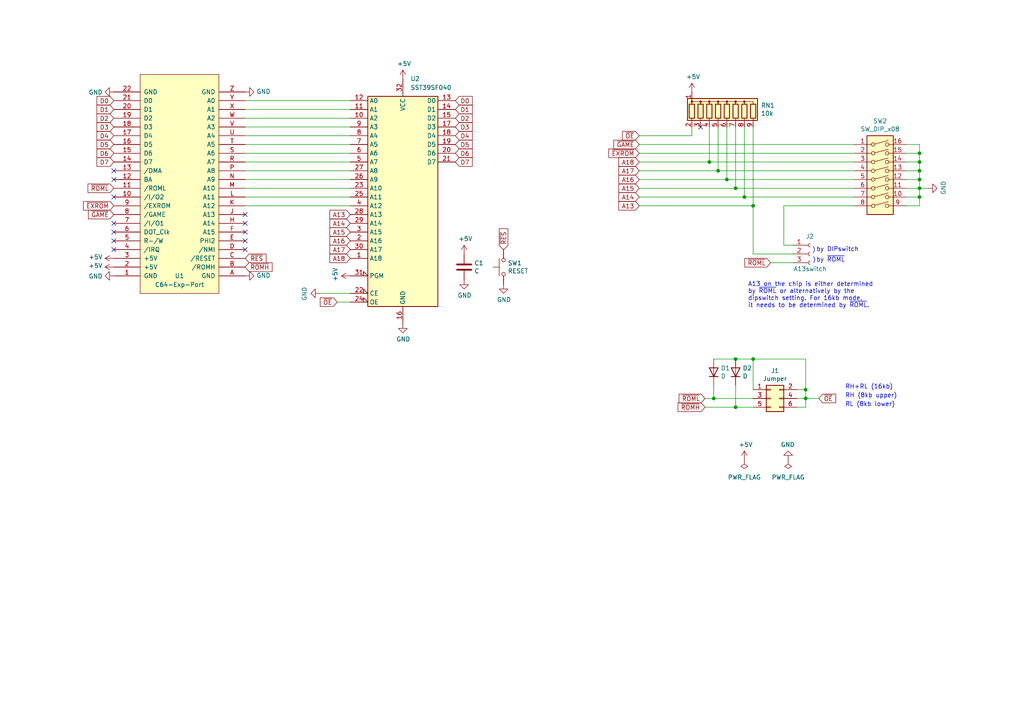
<source format=kicad_sch>
(kicad_sch
	(version 20231120)
	(generator "eeschema")
	(generator_version "8.0")
	(uuid "b20c5a76-17ce-406a-9f76-0bfa4015a14c")
	(paper "A4")
	(title_block
		(date "2021-08-15")
	)
	(lib_symbols
		(symbol "Connector_Generic:Conn_02x03_Odd_Even"
			(pin_names
				(offset 1.016) hide)
			(exclude_from_sim no)
			(in_bom yes)
			(on_board yes)
			(property "Reference" "J"
				(at 1.27 5.08 0)
				(effects
					(font
						(size 1.27 1.27)
					)
				)
			)
			(property "Value" "Conn_02x03_Odd_Even"
				(at 1.27 -5.08 0)
				(effects
					(font
						(size 1.27 1.27)
					)
				)
			)
			(property "Footprint" ""
				(at 0 0 0)
				(effects
					(font
						(size 1.27 1.27)
					)
					(hide yes)
				)
			)
			(property "Datasheet" "~"
				(at 0 0 0)
				(effects
					(font
						(size 1.27 1.27)
					)
					(hide yes)
				)
			)
			(property "Description" "Generic connector, double row, 02x03, odd/even pin numbering scheme (row 1 odd numbers, row 2 even numbers), script generated (kicad-library-utils/schlib/autogen/connector/)"
				(at 0 0 0)
				(effects
					(font
						(size 1.27 1.27)
					)
					(hide yes)
				)
			)
			(property "ki_keywords" "connector"
				(at 0 0 0)
				(effects
					(font
						(size 1.27 1.27)
					)
					(hide yes)
				)
			)
			(property "ki_fp_filters" "Connector*:*_2x??_*"
				(at 0 0 0)
				(effects
					(font
						(size 1.27 1.27)
					)
					(hide yes)
				)
			)
			(symbol "Conn_02x03_Odd_Even_1_1"
				(rectangle
					(start -1.27 -2.413)
					(end 0 -2.667)
					(stroke
						(width 0.1524)
						(type default)
					)
					(fill
						(type none)
					)
				)
				(rectangle
					(start -1.27 0.127)
					(end 0 -0.127)
					(stroke
						(width 0.1524)
						(type default)
					)
					(fill
						(type none)
					)
				)
				(rectangle
					(start -1.27 2.667)
					(end 0 2.413)
					(stroke
						(width 0.1524)
						(type default)
					)
					(fill
						(type none)
					)
				)
				(rectangle
					(start -1.27 3.81)
					(end 3.81 -3.81)
					(stroke
						(width 0.254)
						(type default)
					)
					(fill
						(type background)
					)
				)
				(rectangle
					(start 3.81 -2.413)
					(end 2.54 -2.667)
					(stroke
						(width 0.1524)
						(type default)
					)
					(fill
						(type none)
					)
				)
				(rectangle
					(start 3.81 0.127)
					(end 2.54 -0.127)
					(stroke
						(width 0.1524)
						(type default)
					)
					(fill
						(type none)
					)
				)
				(rectangle
					(start 3.81 2.667)
					(end 2.54 2.413)
					(stroke
						(width 0.1524)
						(type default)
					)
					(fill
						(type none)
					)
				)
				(pin passive line
					(at -5.08 2.54 0)
					(length 3.81)
					(name "Pin_1"
						(effects
							(font
								(size 1.27 1.27)
							)
						)
					)
					(number "1"
						(effects
							(font
								(size 1.27 1.27)
							)
						)
					)
				)
				(pin passive line
					(at 7.62 2.54 180)
					(length 3.81)
					(name "Pin_2"
						(effects
							(font
								(size 1.27 1.27)
							)
						)
					)
					(number "2"
						(effects
							(font
								(size 1.27 1.27)
							)
						)
					)
				)
				(pin passive line
					(at -5.08 0 0)
					(length 3.81)
					(name "Pin_3"
						(effects
							(font
								(size 1.27 1.27)
							)
						)
					)
					(number "3"
						(effects
							(font
								(size 1.27 1.27)
							)
						)
					)
				)
				(pin passive line
					(at 7.62 0 180)
					(length 3.81)
					(name "Pin_4"
						(effects
							(font
								(size 1.27 1.27)
							)
						)
					)
					(number "4"
						(effects
							(font
								(size 1.27 1.27)
							)
						)
					)
				)
				(pin passive line
					(at -5.08 -2.54 0)
					(length 3.81)
					(name "Pin_5"
						(effects
							(font
								(size 1.27 1.27)
							)
						)
					)
					(number "5"
						(effects
							(font
								(size 1.27 1.27)
							)
						)
					)
				)
				(pin passive line
					(at 7.62 -2.54 180)
					(length 3.81)
					(name "Pin_6"
						(effects
							(font
								(size 1.27 1.27)
							)
						)
					)
					(number "6"
						(effects
							(font
								(size 1.27 1.27)
							)
						)
					)
				)
			)
		)
		(symbol "Device:C"
			(pin_numbers hide)
			(pin_names
				(offset 0.254)
			)
			(exclude_from_sim no)
			(in_bom yes)
			(on_board yes)
			(property "Reference" "C"
				(at 0.635 2.54 0)
				(effects
					(font
						(size 1.27 1.27)
					)
					(justify left)
				)
			)
			(property "Value" "C"
				(at 0.635 -2.54 0)
				(effects
					(font
						(size 1.27 1.27)
					)
					(justify left)
				)
			)
			(property "Footprint" ""
				(at 0.9652 -3.81 0)
				(effects
					(font
						(size 1.27 1.27)
					)
					(hide yes)
				)
			)
			(property "Datasheet" "~"
				(at 0 0 0)
				(effects
					(font
						(size 1.27 1.27)
					)
					(hide yes)
				)
			)
			(property "Description" "Unpolarized capacitor"
				(at 0 0 0)
				(effects
					(font
						(size 1.27 1.27)
					)
					(hide yes)
				)
			)
			(property "ki_keywords" "cap capacitor"
				(at 0 0 0)
				(effects
					(font
						(size 1.27 1.27)
					)
					(hide yes)
				)
			)
			(property "ki_fp_filters" "C_*"
				(at 0 0 0)
				(effects
					(font
						(size 1.27 1.27)
					)
					(hide yes)
				)
			)
			(symbol "C_0_1"
				(polyline
					(pts
						(xy -2.032 -0.762) (xy 2.032 -0.762)
					)
					(stroke
						(width 0.508)
						(type default)
					)
					(fill
						(type none)
					)
				)
				(polyline
					(pts
						(xy -2.032 0.762) (xy 2.032 0.762)
					)
					(stroke
						(width 0.508)
						(type default)
					)
					(fill
						(type none)
					)
				)
			)
			(symbol "C_1_1"
				(pin passive line
					(at 0 3.81 270)
					(length 2.794)
					(name "~"
						(effects
							(font
								(size 1.27 1.27)
							)
						)
					)
					(number "1"
						(effects
							(font
								(size 1.27 1.27)
							)
						)
					)
				)
				(pin passive line
					(at 0 -3.81 90)
					(length 2.794)
					(name "~"
						(effects
							(font
								(size 1.27 1.27)
							)
						)
					)
					(number "2"
						(effects
							(font
								(size 1.27 1.27)
							)
						)
					)
				)
			)
		)
		(symbol "Device:D"
			(pin_numbers hide)
			(pin_names
				(offset 1.016) hide)
			(exclude_from_sim no)
			(in_bom yes)
			(on_board yes)
			(property "Reference" "D"
				(at 0 2.54 0)
				(effects
					(font
						(size 1.27 1.27)
					)
				)
			)
			(property "Value" "D"
				(at 0 -2.54 0)
				(effects
					(font
						(size 1.27 1.27)
					)
				)
			)
			(property "Footprint" ""
				(at 0 0 0)
				(effects
					(font
						(size 1.27 1.27)
					)
					(hide yes)
				)
			)
			(property "Datasheet" "~"
				(at 0 0 0)
				(effects
					(font
						(size 1.27 1.27)
					)
					(hide yes)
				)
			)
			(property "Description" "Diode"
				(at 0 0 0)
				(effects
					(font
						(size 1.27 1.27)
					)
					(hide yes)
				)
			)
			(property "Sim.Device" "D"
				(at 0 0 0)
				(effects
					(font
						(size 1.27 1.27)
					)
					(hide yes)
				)
			)
			(property "Sim.Pins" "1=K 2=A"
				(at 0 0 0)
				(effects
					(font
						(size 1.27 1.27)
					)
					(hide yes)
				)
			)
			(property "ki_keywords" "diode"
				(at 0 0 0)
				(effects
					(font
						(size 1.27 1.27)
					)
					(hide yes)
				)
			)
			(property "ki_fp_filters" "TO-???* *_Diode_* *SingleDiode* D_*"
				(at 0 0 0)
				(effects
					(font
						(size 1.27 1.27)
					)
					(hide yes)
				)
			)
			(symbol "D_0_1"
				(polyline
					(pts
						(xy -1.27 1.27) (xy -1.27 -1.27)
					)
					(stroke
						(width 0.254)
						(type default)
					)
					(fill
						(type none)
					)
				)
				(polyline
					(pts
						(xy 1.27 0) (xy -1.27 0)
					)
					(stroke
						(width 0)
						(type default)
					)
					(fill
						(type none)
					)
				)
				(polyline
					(pts
						(xy 1.27 1.27) (xy 1.27 -1.27) (xy -1.27 0) (xy 1.27 1.27)
					)
					(stroke
						(width 0.254)
						(type default)
					)
					(fill
						(type none)
					)
				)
			)
			(symbol "D_1_1"
				(pin passive line
					(at -3.81 0 0)
					(length 2.54)
					(name "K"
						(effects
							(font
								(size 1.27 1.27)
							)
						)
					)
					(number "1"
						(effects
							(font
								(size 1.27 1.27)
							)
						)
					)
				)
				(pin passive line
					(at 3.81 0 180)
					(length 2.54)
					(name "A"
						(effects
							(font
								(size 1.27 1.27)
							)
						)
					)
					(number "2"
						(effects
							(font
								(size 1.27 1.27)
							)
						)
					)
				)
			)
		)
		(symbol "Device:R_Network08"
			(pin_names
				(offset 0) hide)
			(exclude_from_sim no)
			(in_bom yes)
			(on_board yes)
			(property "Reference" "RN"
				(at -12.7 0 90)
				(effects
					(font
						(size 1.27 1.27)
					)
				)
			)
			(property "Value" "R_Network08"
				(at 10.16 0 90)
				(effects
					(font
						(size 1.27 1.27)
					)
				)
			)
			(property "Footprint" "Resistor_THT:R_Array_SIP9"
				(at 12.065 0 90)
				(effects
					(font
						(size 1.27 1.27)
					)
					(hide yes)
				)
			)
			(property "Datasheet" "http://www.vishay.com/docs/31509/csc.pdf"
				(at 0 0 0)
				(effects
					(font
						(size 1.27 1.27)
					)
					(hide yes)
				)
			)
			(property "Description" "8 resistor network, star topology, bussed resistors, small symbol"
				(at 0 0 0)
				(effects
					(font
						(size 1.27 1.27)
					)
					(hide yes)
				)
			)
			(property "ki_keywords" "R network star-topology"
				(at 0 0 0)
				(effects
					(font
						(size 1.27 1.27)
					)
					(hide yes)
				)
			)
			(property "ki_fp_filters" "R?Array?SIP*"
				(at 0 0 0)
				(effects
					(font
						(size 1.27 1.27)
					)
					(hide yes)
				)
			)
			(symbol "R_Network08_0_1"
				(rectangle
					(start -11.43 -3.175)
					(end 8.89 3.175)
					(stroke
						(width 0.254)
						(type default)
					)
					(fill
						(type background)
					)
				)
				(rectangle
					(start -10.922 1.524)
					(end -9.398 -2.54)
					(stroke
						(width 0.254)
						(type default)
					)
					(fill
						(type none)
					)
				)
				(circle
					(center -10.16 2.286)
					(radius 0.254)
					(stroke
						(width 0)
						(type default)
					)
					(fill
						(type outline)
					)
				)
				(rectangle
					(start -8.382 1.524)
					(end -6.858 -2.54)
					(stroke
						(width 0.254)
						(type default)
					)
					(fill
						(type none)
					)
				)
				(circle
					(center -7.62 2.286)
					(radius 0.254)
					(stroke
						(width 0)
						(type default)
					)
					(fill
						(type outline)
					)
				)
				(rectangle
					(start -5.842 1.524)
					(end -4.318 -2.54)
					(stroke
						(width 0.254)
						(type default)
					)
					(fill
						(type none)
					)
				)
				(circle
					(center -5.08 2.286)
					(radius 0.254)
					(stroke
						(width 0)
						(type default)
					)
					(fill
						(type outline)
					)
				)
				(rectangle
					(start -3.302 1.524)
					(end -1.778 -2.54)
					(stroke
						(width 0.254)
						(type default)
					)
					(fill
						(type none)
					)
				)
				(circle
					(center -2.54 2.286)
					(radius 0.254)
					(stroke
						(width 0)
						(type default)
					)
					(fill
						(type outline)
					)
				)
				(rectangle
					(start -0.762 1.524)
					(end 0.762 -2.54)
					(stroke
						(width 0.254)
						(type default)
					)
					(fill
						(type none)
					)
				)
				(polyline
					(pts
						(xy -10.16 -2.54) (xy -10.16 -3.81)
					)
					(stroke
						(width 0)
						(type default)
					)
					(fill
						(type none)
					)
				)
				(polyline
					(pts
						(xy -7.62 -2.54) (xy -7.62 -3.81)
					)
					(stroke
						(width 0)
						(type default)
					)
					(fill
						(type none)
					)
				)
				(polyline
					(pts
						(xy -5.08 -2.54) (xy -5.08 -3.81)
					)
					(stroke
						(width 0)
						(type default)
					)
					(fill
						(type none)
					)
				)
				(polyline
					(pts
						(xy -2.54 -2.54) (xy -2.54 -3.81)
					)
					(stroke
						(width 0)
						(type default)
					)
					(fill
						(type none)
					)
				)
				(polyline
					(pts
						(xy 0 -2.54) (xy 0 -3.81)
					)
					(stroke
						(width 0)
						(type default)
					)
					(fill
						(type none)
					)
				)
				(polyline
					(pts
						(xy 2.54 -2.54) (xy 2.54 -3.81)
					)
					(stroke
						(width 0)
						(type default)
					)
					(fill
						(type none)
					)
				)
				(polyline
					(pts
						(xy 5.08 -2.54) (xy 5.08 -3.81)
					)
					(stroke
						(width 0)
						(type default)
					)
					(fill
						(type none)
					)
				)
				(polyline
					(pts
						(xy 7.62 -2.54) (xy 7.62 -3.81)
					)
					(stroke
						(width 0)
						(type default)
					)
					(fill
						(type none)
					)
				)
				(polyline
					(pts
						(xy -10.16 1.524) (xy -10.16 2.286) (xy -7.62 2.286) (xy -7.62 1.524)
					)
					(stroke
						(width 0)
						(type default)
					)
					(fill
						(type none)
					)
				)
				(polyline
					(pts
						(xy -7.62 1.524) (xy -7.62 2.286) (xy -5.08 2.286) (xy -5.08 1.524)
					)
					(stroke
						(width 0)
						(type default)
					)
					(fill
						(type none)
					)
				)
				(polyline
					(pts
						(xy -5.08 1.524) (xy -5.08 2.286) (xy -2.54 2.286) (xy -2.54 1.524)
					)
					(stroke
						(width 0)
						(type default)
					)
					(fill
						(type none)
					)
				)
				(polyline
					(pts
						(xy -2.54 1.524) (xy -2.54 2.286) (xy 0 2.286) (xy 0 1.524)
					)
					(stroke
						(width 0)
						(type default)
					)
					(fill
						(type none)
					)
				)
				(polyline
					(pts
						(xy 0 1.524) (xy 0 2.286) (xy 2.54 2.286) (xy 2.54 1.524)
					)
					(stroke
						(width 0)
						(type default)
					)
					(fill
						(type none)
					)
				)
				(polyline
					(pts
						(xy 2.54 1.524) (xy 2.54 2.286) (xy 5.08 2.286) (xy 5.08 1.524)
					)
					(stroke
						(width 0)
						(type default)
					)
					(fill
						(type none)
					)
				)
				(polyline
					(pts
						(xy 5.08 1.524) (xy 5.08 2.286) (xy 7.62 2.286) (xy 7.62 1.524)
					)
					(stroke
						(width 0)
						(type default)
					)
					(fill
						(type none)
					)
				)
				(circle
					(center 0 2.286)
					(radius 0.254)
					(stroke
						(width 0)
						(type default)
					)
					(fill
						(type outline)
					)
				)
				(rectangle
					(start 1.778 1.524)
					(end 3.302 -2.54)
					(stroke
						(width 0.254)
						(type default)
					)
					(fill
						(type none)
					)
				)
				(circle
					(center 2.54 2.286)
					(radius 0.254)
					(stroke
						(width 0)
						(type default)
					)
					(fill
						(type outline)
					)
				)
				(rectangle
					(start 4.318 1.524)
					(end 5.842 -2.54)
					(stroke
						(width 0.254)
						(type default)
					)
					(fill
						(type none)
					)
				)
				(circle
					(center 5.08 2.286)
					(radius 0.254)
					(stroke
						(width 0)
						(type default)
					)
					(fill
						(type outline)
					)
				)
				(rectangle
					(start 6.858 1.524)
					(end 8.382 -2.54)
					(stroke
						(width 0.254)
						(type default)
					)
					(fill
						(type none)
					)
				)
			)
			(symbol "R_Network08_1_1"
				(pin passive line
					(at -10.16 5.08 270)
					(length 2.54)
					(name "common"
						(effects
							(font
								(size 1.27 1.27)
							)
						)
					)
					(number "1"
						(effects
							(font
								(size 1.27 1.27)
							)
						)
					)
				)
				(pin passive line
					(at -10.16 -5.08 90)
					(length 1.27)
					(name "R1"
						(effects
							(font
								(size 1.27 1.27)
							)
						)
					)
					(number "2"
						(effects
							(font
								(size 1.27 1.27)
							)
						)
					)
				)
				(pin passive line
					(at -7.62 -5.08 90)
					(length 1.27)
					(name "R2"
						(effects
							(font
								(size 1.27 1.27)
							)
						)
					)
					(number "3"
						(effects
							(font
								(size 1.27 1.27)
							)
						)
					)
				)
				(pin passive line
					(at -5.08 -5.08 90)
					(length 1.27)
					(name "R3"
						(effects
							(font
								(size 1.27 1.27)
							)
						)
					)
					(number "4"
						(effects
							(font
								(size 1.27 1.27)
							)
						)
					)
				)
				(pin passive line
					(at -2.54 -5.08 90)
					(length 1.27)
					(name "R4"
						(effects
							(font
								(size 1.27 1.27)
							)
						)
					)
					(number "5"
						(effects
							(font
								(size 1.27 1.27)
							)
						)
					)
				)
				(pin passive line
					(at 0 -5.08 90)
					(length 1.27)
					(name "R5"
						(effects
							(font
								(size 1.27 1.27)
							)
						)
					)
					(number "6"
						(effects
							(font
								(size 1.27 1.27)
							)
						)
					)
				)
				(pin passive line
					(at 2.54 -5.08 90)
					(length 1.27)
					(name "R6"
						(effects
							(font
								(size 1.27 1.27)
							)
						)
					)
					(number "7"
						(effects
							(font
								(size 1.27 1.27)
							)
						)
					)
				)
				(pin passive line
					(at 5.08 -5.08 90)
					(length 1.27)
					(name "R7"
						(effects
							(font
								(size 1.27 1.27)
							)
						)
					)
					(number "8"
						(effects
							(font
								(size 1.27 1.27)
							)
						)
					)
				)
				(pin passive line
					(at 7.62 -5.08 90)
					(length 1.27)
					(name "R8"
						(effects
							(font
								(size 1.27 1.27)
							)
						)
					)
					(number "9"
						(effects
							(font
								(size 1.27 1.27)
							)
						)
					)
				)
			)
		)
		(symbol "Memory_Flash:SST39SF040"
			(exclude_from_sim no)
			(in_bom yes)
			(on_board yes)
			(property "Reference" "U"
				(at 2.54 33.02 0)
				(effects
					(font
						(size 1.27 1.27)
					)
				)
			)
			(property "Value" "SST39SF040"
				(at 0 -30.48 0)
				(effects
					(font
						(size 1.27 1.27)
					)
				)
			)
			(property "Footprint" ""
				(at 0 7.62 0)
				(effects
					(font
						(size 1.27 1.27)
					)
					(hide yes)
				)
			)
			(property "Datasheet" "http://ww1.microchip.com/downloads/en/DeviceDoc/25022B.pdf"
				(at 0 7.62 0)
				(effects
					(font
						(size 1.27 1.27)
					)
					(hide yes)
				)
			)
			(property "Description" "Silicon Storage Technology (SSF) 512k x 8 Flash ROM"
				(at 0 0 0)
				(effects
					(font
						(size 1.27 1.27)
					)
					(hide yes)
				)
			)
			(property "ki_keywords" "512k flash rom"
				(at 0 0 0)
				(effects
					(font
						(size 1.27 1.27)
					)
					(hide yes)
				)
			)
			(symbol "SST39SF040_0_0"
				(pin power_in line
					(at 0 -34.29 90)
					(length 5.08)
					(name "GND"
						(effects
							(font
								(size 1.27 1.27)
							)
						)
					)
					(number "16"
						(effects
							(font
								(size 1.27 1.27)
							)
						)
					)
				)
				(pin power_in line
					(at 0 36.83 270)
					(length 5.08)
					(name "VCC"
						(effects
							(font
								(size 1.27 1.27)
							)
						)
					)
					(number "32"
						(effects
							(font
								(size 1.27 1.27)
							)
						)
					)
				)
			)
			(symbol "SST39SF040_0_1"
				(rectangle
					(start -10.16 31.75)
					(end 10.16 -29.21)
					(stroke
						(width 0.254)
						(type default)
					)
					(fill
						(type background)
					)
				)
			)
			(symbol "SST39SF040_1_1"
				(pin input line
					(at -15.24 -15.24 0)
					(length 5.08)
					(name "A18"
						(effects
							(font
								(size 1.27 1.27)
							)
						)
					)
					(number "1"
						(effects
							(font
								(size 1.27 1.27)
							)
						)
					)
				)
				(pin input line
					(at -15.24 25.4 0)
					(length 5.08)
					(name "A2"
						(effects
							(font
								(size 1.27 1.27)
							)
						)
					)
					(number "10"
						(effects
							(font
								(size 1.27 1.27)
							)
						)
					)
				)
				(pin input line
					(at -15.24 27.94 0)
					(length 5.08)
					(name "A1"
						(effects
							(font
								(size 1.27 1.27)
							)
						)
					)
					(number "11"
						(effects
							(font
								(size 1.27 1.27)
							)
						)
					)
				)
				(pin input line
					(at -15.24 30.48 0)
					(length 5.08)
					(name "A0"
						(effects
							(font
								(size 1.27 1.27)
							)
						)
					)
					(number "12"
						(effects
							(font
								(size 1.27 1.27)
							)
						)
					)
				)
				(pin tri_state line
					(at 15.24 30.48 180)
					(length 5.08)
					(name "D0"
						(effects
							(font
								(size 1.27 1.27)
							)
						)
					)
					(number "13"
						(effects
							(font
								(size 1.27 1.27)
							)
						)
					)
				)
				(pin tri_state line
					(at 15.24 27.94 180)
					(length 5.08)
					(name "D1"
						(effects
							(font
								(size 1.27 1.27)
							)
						)
					)
					(number "14"
						(effects
							(font
								(size 1.27 1.27)
							)
						)
					)
				)
				(pin tri_state line
					(at 15.24 25.4 180)
					(length 5.08)
					(name "D2"
						(effects
							(font
								(size 1.27 1.27)
							)
						)
					)
					(number "15"
						(effects
							(font
								(size 1.27 1.27)
							)
						)
					)
				)
				(pin tri_state line
					(at 15.24 22.86 180)
					(length 5.08)
					(name "D3"
						(effects
							(font
								(size 1.27 1.27)
							)
						)
					)
					(number "17"
						(effects
							(font
								(size 1.27 1.27)
							)
						)
					)
				)
				(pin tri_state line
					(at 15.24 20.32 180)
					(length 5.08)
					(name "D4"
						(effects
							(font
								(size 1.27 1.27)
							)
						)
					)
					(number "18"
						(effects
							(font
								(size 1.27 1.27)
							)
						)
					)
				)
				(pin tri_state line
					(at 15.24 17.78 180)
					(length 5.08)
					(name "D5"
						(effects
							(font
								(size 1.27 1.27)
							)
						)
					)
					(number "19"
						(effects
							(font
								(size 1.27 1.27)
							)
						)
					)
				)
				(pin input line
					(at -15.24 -10.16 0)
					(length 5.08)
					(name "A16"
						(effects
							(font
								(size 1.27 1.27)
							)
						)
					)
					(number "2"
						(effects
							(font
								(size 1.27 1.27)
							)
						)
					)
				)
				(pin tri_state line
					(at 15.24 15.24 180)
					(length 5.08)
					(name "D6"
						(effects
							(font
								(size 1.27 1.27)
							)
						)
					)
					(number "20"
						(effects
							(font
								(size 1.27 1.27)
							)
						)
					)
				)
				(pin tri_state line
					(at 15.24 12.7 180)
					(length 5.08)
					(name "D7"
						(effects
							(font
								(size 1.27 1.27)
							)
						)
					)
					(number "21"
						(effects
							(font
								(size 1.27 1.27)
							)
						)
					)
				)
				(pin input input_low
					(at -15.24 -25.4 0)
					(length 5.08)
					(name "CE"
						(effects
							(font
								(size 1.27 1.27)
							)
						)
					)
					(number "22"
						(effects
							(font
								(size 1.27 1.27)
							)
						)
					)
				)
				(pin input line
					(at -15.24 5.08 0)
					(length 5.08)
					(name "A10"
						(effects
							(font
								(size 1.27 1.27)
							)
						)
					)
					(number "23"
						(effects
							(font
								(size 1.27 1.27)
							)
						)
					)
				)
				(pin input input_low
					(at -15.24 -27.94 0)
					(length 5.08)
					(name "OE"
						(effects
							(font
								(size 1.27 1.27)
							)
						)
					)
					(number "24"
						(effects
							(font
								(size 1.27 1.27)
							)
						)
					)
				)
				(pin input line
					(at -15.24 2.54 0)
					(length 5.08)
					(name "A11"
						(effects
							(font
								(size 1.27 1.27)
							)
						)
					)
					(number "25"
						(effects
							(font
								(size 1.27 1.27)
							)
						)
					)
				)
				(pin input line
					(at -15.24 7.62 0)
					(length 5.08)
					(name "A9"
						(effects
							(font
								(size 1.27 1.27)
							)
						)
					)
					(number "26"
						(effects
							(font
								(size 1.27 1.27)
							)
						)
					)
				)
				(pin input line
					(at -15.24 10.16 0)
					(length 5.08)
					(name "A8"
						(effects
							(font
								(size 1.27 1.27)
							)
						)
					)
					(number "27"
						(effects
							(font
								(size 1.27 1.27)
							)
						)
					)
				)
				(pin input line
					(at -15.24 -2.54 0)
					(length 5.08)
					(name "A13"
						(effects
							(font
								(size 1.27 1.27)
							)
						)
					)
					(number "28"
						(effects
							(font
								(size 1.27 1.27)
							)
						)
					)
				)
				(pin input line
					(at -15.24 -5.08 0)
					(length 5.08)
					(name "A14"
						(effects
							(font
								(size 1.27 1.27)
							)
						)
					)
					(number "29"
						(effects
							(font
								(size 1.27 1.27)
							)
						)
					)
				)
				(pin input line
					(at -15.24 -7.62 0)
					(length 5.08)
					(name "A15"
						(effects
							(font
								(size 1.27 1.27)
							)
						)
					)
					(number "3"
						(effects
							(font
								(size 1.27 1.27)
							)
						)
					)
				)
				(pin input line
					(at -15.24 -12.7 0)
					(length 5.08)
					(name "A17"
						(effects
							(font
								(size 1.27 1.27)
							)
						)
					)
					(number "30"
						(effects
							(font
								(size 1.27 1.27)
							)
						)
					)
				)
				(pin input input_low
					(at -15.24 -20.32 0)
					(length 5.08)
					(name "PGM"
						(effects
							(font
								(size 1.27 1.27)
							)
						)
					)
					(number "31"
						(effects
							(font
								(size 1.27 1.27)
							)
						)
					)
				)
				(pin input line
					(at -15.24 0 0)
					(length 5.08)
					(name "A12"
						(effects
							(font
								(size 1.27 1.27)
							)
						)
					)
					(number "4"
						(effects
							(font
								(size 1.27 1.27)
							)
						)
					)
				)
				(pin input line
					(at -15.24 12.7 0)
					(length 5.08)
					(name "A7"
						(effects
							(font
								(size 1.27 1.27)
							)
						)
					)
					(number "5"
						(effects
							(font
								(size 1.27 1.27)
							)
						)
					)
				)
				(pin input line
					(at -15.24 15.24 0)
					(length 5.08)
					(name "A6"
						(effects
							(font
								(size 1.27 1.27)
							)
						)
					)
					(number "6"
						(effects
							(font
								(size 1.27 1.27)
							)
						)
					)
				)
				(pin input line
					(at -15.24 17.78 0)
					(length 5.08)
					(name "A5"
						(effects
							(font
								(size 1.27 1.27)
							)
						)
					)
					(number "7"
						(effects
							(font
								(size 1.27 1.27)
							)
						)
					)
				)
				(pin input line
					(at -15.24 20.32 0)
					(length 5.08)
					(name "A4"
						(effects
							(font
								(size 1.27 1.27)
							)
						)
					)
					(number "8"
						(effects
							(font
								(size 1.27 1.27)
							)
						)
					)
				)
				(pin input line
					(at -15.24 22.86 0)
					(length 5.08)
					(name "A3"
						(effects
							(font
								(size 1.27 1.27)
							)
						)
					)
					(number "9"
						(effects
							(font
								(size 1.27 1.27)
							)
						)
					)
				)
			)
		)
		(symbol "Switch:SW_DIP_x08"
			(pin_names
				(offset 0) hide)
			(exclude_from_sim no)
			(in_bom yes)
			(on_board yes)
			(property "Reference" "SW"
				(at 0 13.97 0)
				(effects
					(font
						(size 1.27 1.27)
					)
				)
			)
			(property "Value" "SW_DIP_x08"
				(at 0 -11.43 0)
				(effects
					(font
						(size 1.27 1.27)
					)
				)
			)
			(property "Footprint" ""
				(at 0 0 0)
				(effects
					(font
						(size 1.27 1.27)
					)
					(hide yes)
				)
			)
			(property "Datasheet" "~"
				(at 0 0 0)
				(effects
					(font
						(size 1.27 1.27)
					)
					(hide yes)
				)
			)
			(property "Description" "8x DIP Switch, Single Pole Single Throw (SPST) switch, small symbol"
				(at 0 0 0)
				(effects
					(font
						(size 1.27 1.27)
					)
					(hide yes)
				)
			)
			(property "ki_keywords" "dip switch"
				(at 0 0 0)
				(effects
					(font
						(size 1.27 1.27)
					)
					(hide yes)
				)
			)
			(property "ki_fp_filters" "SW?DIP?x8*"
				(at 0 0 0)
				(effects
					(font
						(size 1.27 1.27)
					)
					(hide yes)
				)
			)
			(symbol "SW_DIP_x08_0_0"
				(circle
					(center -2.032 -7.62)
					(radius 0.508)
					(stroke
						(width 0)
						(type default)
					)
					(fill
						(type none)
					)
				)
				(circle
					(center -2.032 -5.08)
					(radius 0.508)
					(stroke
						(width 0)
						(type default)
					)
					(fill
						(type none)
					)
				)
				(circle
					(center -2.032 -2.54)
					(radius 0.508)
					(stroke
						(width 0)
						(type default)
					)
					(fill
						(type none)
					)
				)
				(circle
					(center -2.032 0)
					(radius 0.508)
					(stroke
						(width 0)
						(type default)
					)
					(fill
						(type none)
					)
				)
				(circle
					(center -2.032 2.54)
					(radius 0.508)
					(stroke
						(width 0)
						(type default)
					)
					(fill
						(type none)
					)
				)
				(circle
					(center -2.032 5.08)
					(radius 0.508)
					(stroke
						(width 0)
						(type default)
					)
					(fill
						(type none)
					)
				)
				(circle
					(center -2.032 7.62)
					(radius 0.508)
					(stroke
						(width 0)
						(type default)
					)
					(fill
						(type none)
					)
				)
				(circle
					(center -2.032 10.16)
					(radius 0.508)
					(stroke
						(width 0)
						(type default)
					)
					(fill
						(type none)
					)
				)
				(polyline
					(pts
						(xy -1.524 -7.4676) (xy 2.3622 -6.4262)
					)
					(stroke
						(width 0)
						(type default)
					)
					(fill
						(type none)
					)
				)
				(polyline
					(pts
						(xy -1.524 -4.9276) (xy 2.3622 -3.8862)
					)
					(stroke
						(width 0)
						(type default)
					)
					(fill
						(type none)
					)
				)
				(polyline
					(pts
						(xy -1.524 -2.3876) (xy 2.3622 -1.3462)
					)
					(stroke
						(width 0)
						(type default)
					)
					(fill
						(type none)
					)
				)
				(polyline
					(pts
						(xy -1.524 0.127) (xy 2.3622 1.1684)
					)
					(stroke
						(width 0)
						(type default)
					)
					(fill
						(type none)
					)
				)
				(polyline
					(pts
						(xy -1.524 2.667) (xy 2.3622 3.7084)
					)
					(stroke
						(width 0)
						(type default)
					)
					(fill
						(type none)
					)
				)
				(polyline
					(pts
						(xy -1.524 5.207) (xy 2.3622 6.2484)
					)
					(stroke
						(width 0)
						(type default)
					)
					(fill
						(type none)
					)
				)
				(polyline
					(pts
						(xy -1.524 7.747) (xy 2.3622 8.7884)
					)
					(stroke
						(width 0)
						(type default)
					)
					(fill
						(type none)
					)
				)
				(polyline
					(pts
						(xy -1.524 10.287) (xy 2.3622 11.3284)
					)
					(stroke
						(width 0)
						(type default)
					)
					(fill
						(type none)
					)
				)
				(circle
					(center 2.032 -7.62)
					(radius 0.508)
					(stroke
						(width 0)
						(type default)
					)
					(fill
						(type none)
					)
				)
				(circle
					(center 2.032 -5.08)
					(radius 0.508)
					(stroke
						(width 0)
						(type default)
					)
					(fill
						(type none)
					)
				)
				(circle
					(center 2.032 -2.54)
					(radius 0.508)
					(stroke
						(width 0)
						(type default)
					)
					(fill
						(type none)
					)
				)
				(circle
					(center 2.032 0)
					(radius 0.508)
					(stroke
						(width 0)
						(type default)
					)
					(fill
						(type none)
					)
				)
				(circle
					(center 2.032 2.54)
					(radius 0.508)
					(stroke
						(width 0)
						(type default)
					)
					(fill
						(type none)
					)
				)
				(circle
					(center 2.032 5.08)
					(radius 0.508)
					(stroke
						(width 0)
						(type default)
					)
					(fill
						(type none)
					)
				)
				(circle
					(center 2.032 7.62)
					(radius 0.508)
					(stroke
						(width 0)
						(type default)
					)
					(fill
						(type none)
					)
				)
				(circle
					(center 2.032 10.16)
					(radius 0.508)
					(stroke
						(width 0)
						(type default)
					)
					(fill
						(type none)
					)
				)
			)
			(symbol "SW_DIP_x08_0_1"
				(rectangle
					(start -3.81 12.7)
					(end 3.81 -10.16)
					(stroke
						(width 0.254)
						(type default)
					)
					(fill
						(type background)
					)
				)
			)
			(symbol "SW_DIP_x08_1_1"
				(pin passive line
					(at -7.62 10.16 0)
					(length 5.08)
					(name "~"
						(effects
							(font
								(size 1.27 1.27)
							)
						)
					)
					(number "1"
						(effects
							(font
								(size 1.27 1.27)
							)
						)
					)
				)
				(pin passive line
					(at 7.62 -5.08 180)
					(length 5.08)
					(name "~"
						(effects
							(font
								(size 1.27 1.27)
							)
						)
					)
					(number "10"
						(effects
							(font
								(size 1.27 1.27)
							)
						)
					)
				)
				(pin passive line
					(at 7.62 -2.54 180)
					(length 5.08)
					(name "~"
						(effects
							(font
								(size 1.27 1.27)
							)
						)
					)
					(number "11"
						(effects
							(font
								(size 1.27 1.27)
							)
						)
					)
				)
				(pin passive line
					(at 7.62 0 180)
					(length 5.08)
					(name "~"
						(effects
							(font
								(size 1.27 1.27)
							)
						)
					)
					(number "12"
						(effects
							(font
								(size 1.27 1.27)
							)
						)
					)
				)
				(pin passive line
					(at 7.62 2.54 180)
					(length 5.08)
					(name "~"
						(effects
							(font
								(size 1.27 1.27)
							)
						)
					)
					(number "13"
						(effects
							(font
								(size 1.27 1.27)
							)
						)
					)
				)
				(pin passive line
					(at 7.62 5.08 180)
					(length 5.08)
					(name "~"
						(effects
							(font
								(size 1.27 1.27)
							)
						)
					)
					(number "14"
						(effects
							(font
								(size 1.27 1.27)
							)
						)
					)
				)
				(pin passive line
					(at 7.62 7.62 180)
					(length 5.08)
					(name "~"
						(effects
							(font
								(size 1.27 1.27)
							)
						)
					)
					(number "15"
						(effects
							(font
								(size 1.27 1.27)
							)
						)
					)
				)
				(pin passive line
					(at 7.62 10.16 180)
					(length 5.08)
					(name "~"
						(effects
							(font
								(size 1.27 1.27)
							)
						)
					)
					(number "16"
						(effects
							(font
								(size 1.27 1.27)
							)
						)
					)
				)
				(pin passive line
					(at -7.62 7.62 0)
					(length 5.08)
					(name "~"
						(effects
							(font
								(size 1.27 1.27)
							)
						)
					)
					(number "2"
						(effects
							(font
								(size 1.27 1.27)
							)
						)
					)
				)
				(pin passive line
					(at -7.62 5.08 0)
					(length 5.08)
					(name "~"
						(effects
							(font
								(size 1.27 1.27)
							)
						)
					)
					(number "3"
						(effects
							(font
								(size 1.27 1.27)
							)
						)
					)
				)
				(pin passive line
					(at -7.62 2.54 0)
					(length 5.08)
					(name "~"
						(effects
							(font
								(size 1.27 1.27)
							)
						)
					)
					(number "4"
						(effects
							(font
								(size 1.27 1.27)
							)
						)
					)
				)
				(pin passive line
					(at -7.62 0 0)
					(length 5.08)
					(name "~"
						(effects
							(font
								(size 1.27 1.27)
							)
						)
					)
					(number "5"
						(effects
							(font
								(size 1.27 1.27)
							)
						)
					)
				)
				(pin passive line
					(at -7.62 -2.54 0)
					(length 5.08)
					(name "~"
						(effects
							(font
								(size 1.27 1.27)
							)
						)
					)
					(number "6"
						(effects
							(font
								(size 1.27 1.27)
							)
						)
					)
				)
				(pin passive line
					(at -7.62 -5.08 0)
					(length 5.08)
					(name "~"
						(effects
							(font
								(size 1.27 1.27)
							)
						)
					)
					(number "7"
						(effects
							(font
								(size 1.27 1.27)
							)
						)
					)
				)
				(pin passive line
					(at -7.62 -7.62 0)
					(length 5.08)
					(name "~"
						(effects
							(font
								(size 1.27 1.27)
							)
						)
					)
					(number "8"
						(effects
							(font
								(size 1.27 1.27)
							)
						)
					)
				)
				(pin passive line
					(at 7.62 -7.62 180)
					(length 5.08)
					(name "~"
						(effects
							(font
								(size 1.27 1.27)
							)
						)
					)
					(number "9"
						(effects
							(font
								(size 1.27 1.27)
							)
						)
					)
				)
			)
		)
		(symbol "Switch:SW_Push"
			(pin_numbers hide)
			(pin_names
				(offset 1.016) hide)
			(exclude_from_sim no)
			(in_bom yes)
			(on_board yes)
			(property "Reference" "SW"
				(at 1.27 2.54 0)
				(effects
					(font
						(size 1.27 1.27)
					)
					(justify left)
				)
			)
			(property "Value" "SW_Push"
				(at 0 -1.524 0)
				(effects
					(font
						(size 1.27 1.27)
					)
				)
			)
			(property "Footprint" ""
				(at 0 5.08 0)
				(effects
					(font
						(size 1.27 1.27)
					)
					(hide yes)
				)
			)
			(property "Datasheet" "~"
				(at 0 5.08 0)
				(effects
					(font
						(size 1.27 1.27)
					)
					(hide yes)
				)
			)
			(property "Description" "Push button switch, generic, two pins"
				(at 0 0 0)
				(effects
					(font
						(size 1.27 1.27)
					)
					(hide yes)
				)
			)
			(property "ki_keywords" "switch normally-open pushbutton push-button"
				(at 0 0 0)
				(effects
					(font
						(size 1.27 1.27)
					)
					(hide yes)
				)
			)
			(symbol "SW_Push_0_1"
				(circle
					(center -2.032 0)
					(radius 0.508)
					(stroke
						(width 0)
						(type default)
					)
					(fill
						(type none)
					)
				)
				(polyline
					(pts
						(xy 0 1.27) (xy 0 3.048)
					)
					(stroke
						(width 0)
						(type default)
					)
					(fill
						(type none)
					)
				)
				(polyline
					(pts
						(xy 2.54 1.27) (xy -2.54 1.27)
					)
					(stroke
						(width 0)
						(type default)
					)
					(fill
						(type none)
					)
				)
				(circle
					(center 2.032 0)
					(radius 0.508)
					(stroke
						(width 0)
						(type default)
					)
					(fill
						(type none)
					)
				)
				(pin passive line
					(at -5.08 0 0)
					(length 2.54)
					(name "1"
						(effects
							(font
								(size 1.27 1.27)
							)
						)
					)
					(number "1"
						(effects
							(font
								(size 1.27 1.27)
							)
						)
					)
				)
				(pin passive line
					(at 5.08 0 180)
					(length 2.54)
					(name "2"
						(effects
							(font
								(size 1.27 1.27)
							)
						)
					)
					(number "2"
						(effects
							(font
								(size 1.27 1.27)
							)
						)
					)
				)
			)
		)
		(symbol "c64-exp-port:C64-Exp-Port"
			(pin_names
				(offset 1.016)
			)
			(exclude_from_sim no)
			(in_bom yes)
			(on_board yes)
			(property "Reference" "U"
				(at 0 -2.54 0)
				(effects
					(font
						(size 1.27 1.27)
					)
				)
			)
			(property "Value" "C64-Exp-Port"
				(at 0 -33.02 0)
				(effects
					(font
						(size 1.27 1.27)
					)
				)
			)
			(property "Footprint" "MODULE"
				(at 0 -36.83 0)
				(effects
					(font
						(size 1.27 1.27)
					)
					(hide yes)
				)
			)
			(property "Datasheet" "DOCUMENTATION"
				(at 0 -39.37 0)
				(effects
					(font
						(size 1.27 1.27)
					)
					(hide yes)
				)
			)
			(property "Description" ""
				(at 0 0 0)
				(effects
					(font
						(size 1.27 1.27)
					)
					(hide yes)
				)
			)
			(symbol "C64-Exp-Port_1_0"
				(rectangle
					(start -11.43 -31.75)
					(end 11.43 31.75)
					(stroke
						(width 0)
						(type solid)
					)
					(fill
						(type background)
					)
				)
			)
			(symbol "C64-Exp-Port_1_1"
				(pin power_in line
					(at -19.05 26.67 0)
					(length 7.62)
					(name "GND"
						(effects
							(font
								(size 1.27 1.27)
							)
						)
					)
					(number "1"
						(effects
							(font
								(size 1.27 1.27)
							)
						)
					)
				)
				(pin passive line
					(at -19.05 3.81 0)
					(length 7.62)
					(name "/I/O2"
						(effects
							(font
								(size 1.27 1.27)
							)
						)
					)
					(number "10"
						(effects
							(font
								(size 1.27 1.27)
							)
						)
					)
				)
				(pin passive line
					(at -19.05 1.27 0)
					(length 7.62)
					(name "/ROML"
						(effects
							(font
								(size 1.27 1.27)
							)
						)
					)
					(number "11"
						(effects
							(font
								(size 1.27 1.27)
							)
						)
					)
				)
				(pin passive line
					(at -19.05 -1.27 0)
					(length 7.62)
					(name "BA"
						(effects
							(font
								(size 1.27 1.27)
							)
						)
					)
					(number "12"
						(effects
							(font
								(size 1.27 1.27)
							)
						)
					)
				)
				(pin passive line
					(at -19.05 -3.81 0)
					(length 7.62)
					(name "/DMA"
						(effects
							(font
								(size 1.27 1.27)
							)
						)
					)
					(number "13"
						(effects
							(font
								(size 1.27 1.27)
							)
						)
					)
				)
				(pin passive line
					(at -19.05 -6.35 0)
					(length 7.62)
					(name "D7"
						(effects
							(font
								(size 1.27 1.27)
							)
						)
					)
					(number "14"
						(effects
							(font
								(size 1.27 1.27)
							)
						)
					)
				)
				(pin passive line
					(at -19.05 -8.89 0)
					(length 7.62)
					(name "D6"
						(effects
							(font
								(size 1.27 1.27)
							)
						)
					)
					(number "15"
						(effects
							(font
								(size 1.27 1.27)
							)
						)
					)
				)
				(pin passive line
					(at -19.05 -11.43 0)
					(length 7.62)
					(name "D5"
						(effects
							(font
								(size 1.27 1.27)
							)
						)
					)
					(number "16"
						(effects
							(font
								(size 1.27 1.27)
							)
						)
					)
				)
				(pin passive line
					(at -19.05 -13.97 0)
					(length 7.62)
					(name "D4"
						(effects
							(font
								(size 1.27 1.27)
							)
						)
					)
					(number "17"
						(effects
							(font
								(size 1.27 1.27)
							)
						)
					)
				)
				(pin passive line
					(at -19.05 -16.51 0)
					(length 7.62)
					(name "D3"
						(effects
							(font
								(size 1.27 1.27)
							)
						)
					)
					(number "18"
						(effects
							(font
								(size 1.27 1.27)
							)
						)
					)
				)
				(pin passive line
					(at -19.05 -19.05 0)
					(length 7.62)
					(name "D2"
						(effects
							(font
								(size 1.27 1.27)
							)
						)
					)
					(number "19"
						(effects
							(font
								(size 1.27 1.27)
							)
						)
					)
				)
				(pin power_in line
					(at -19.05 24.13 0)
					(length 7.62)
					(name "+5V"
						(effects
							(font
								(size 1.27 1.27)
							)
						)
					)
					(number "2"
						(effects
							(font
								(size 1.27 1.27)
							)
						)
					)
				)
				(pin passive line
					(at -19.05 -21.59 0)
					(length 7.62)
					(name "D1"
						(effects
							(font
								(size 1.27 1.27)
							)
						)
					)
					(number "20"
						(effects
							(font
								(size 1.27 1.27)
							)
						)
					)
				)
				(pin passive line
					(at -19.05 -24.13 0)
					(length 7.62)
					(name "D0"
						(effects
							(font
								(size 1.27 1.27)
							)
						)
					)
					(number "21"
						(effects
							(font
								(size 1.27 1.27)
							)
						)
					)
				)
				(pin power_in line
					(at -19.05 -26.67 0)
					(length 7.62)
					(name "GND"
						(effects
							(font
								(size 1.27 1.27)
							)
						)
					)
					(number "22"
						(effects
							(font
								(size 1.27 1.27)
							)
						)
					)
				)
				(pin power_in line
					(at -19.05 21.59 0)
					(length 7.62)
					(name "+5V"
						(effects
							(font
								(size 1.27 1.27)
							)
						)
					)
					(number "3"
						(effects
							(font
								(size 1.27 1.27)
							)
						)
					)
				)
				(pin passive line
					(at -19.05 19.05 0)
					(length 7.62)
					(name "/IRQ"
						(effects
							(font
								(size 1.27 1.27)
							)
						)
					)
					(number "4"
						(effects
							(font
								(size 1.27 1.27)
							)
						)
					)
				)
				(pin passive line
					(at -19.05 16.51 0)
					(length 7.62)
					(name "R-/W"
						(effects
							(font
								(size 1.27 1.27)
							)
						)
					)
					(number "5"
						(effects
							(font
								(size 1.27 1.27)
							)
						)
					)
				)
				(pin passive line
					(at -19.05 13.97 0)
					(length 7.62)
					(name "DOT_Clk"
						(effects
							(font
								(size 1.27 1.27)
							)
						)
					)
					(number "6"
						(effects
							(font
								(size 1.27 1.27)
							)
						)
					)
				)
				(pin passive line
					(at -19.05 11.43 0)
					(length 7.62)
					(name "/I/O1"
						(effects
							(font
								(size 1.27 1.27)
							)
						)
					)
					(number "7"
						(effects
							(font
								(size 1.27 1.27)
							)
						)
					)
				)
				(pin passive line
					(at -19.05 8.89 0)
					(length 7.62)
					(name "/GAME"
						(effects
							(font
								(size 1.27 1.27)
							)
						)
					)
					(number "8"
						(effects
							(font
								(size 1.27 1.27)
							)
						)
					)
				)
				(pin passive line
					(at -19.05 6.35 0)
					(length 7.62)
					(name "/EXROM"
						(effects
							(font
								(size 1.27 1.27)
							)
						)
					)
					(number "9"
						(effects
							(font
								(size 1.27 1.27)
							)
						)
					)
				)
				(pin power_in line
					(at 19.05 26.67 180)
					(length 7.62)
					(name "GND"
						(effects
							(font
								(size 1.27 1.27)
							)
						)
					)
					(number "A"
						(effects
							(font
								(size 1.27 1.27)
							)
						)
					)
				)
				(pin passive line
					(at 19.05 24.13 180)
					(length 7.62)
					(name "/ROMH"
						(effects
							(font
								(size 1.27 1.27)
							)
						)
					)
					(number "B"
						(effects
							(font
								(size 1.27 1.27)
							)
						)
					)
				)
				(pin passive line
					(at 19.05 21.59 180)
					(length 7.62)
					(name "/RESET"
						(effects
							(font
								(size 1.27 1.27)
							)
						)
					)
					(number "C"
						(effects
							(font
								(size 1.27 1.27)
							)
						)
					)
				)
				(pin passive line
					(at 19.05 19.05 180)
					(length 7.62)
					(name "/NMI"
						(effects
							(font
								(size 1.27 1.27)
							)
						)
					)
					(number "D"
						(effects
							(font
								(size 1.27 1.27)
							)
						)
					)
				)
				(pin passive line
					(at 19.05 16.51 180)
					(length 7.62)
					(name "PHI2"
						(effects
							(font
								(size 1.27 1.27)
							)
						)
					)
					(number "E"
						(effects
							(font
								(size 1.27 1.27)
							)
						)
					)
				)
				(pin passive line
					(at 19.05 13.97 180)
					(length 7.62)
					(name "A15"
						(effects
							(font
								(size 1.27 1.27)
							)
						)
					)
					(number "F"
						(effects
							(font
								(size 1.27 1.27)
							)
						)
					)
				)
				(pin passive line
					(at 19.05 11.43 180)
					(length 7.62)
					(name "A14"
						(effects
							(font
								(size 1.27 1.27)
							)
						)
					)
					(number "H"
						(effects
							(font
								(size 1.27 1.27)
							)
						)
					)
				)
				(pin passive line
					(at 19.05 8.89 180)
					(length 7.62)
					(name "A13"
						(effects
							(font
								(size 1.27 1.27)
							)
						)
					)
					(number "J"
						(effects
							(font
								(size 1.27 1.27)
							)
						)
					)
				)
				(pin passive line
					(at 19.05 6.35 180)
					(length 7.62)
					(name "A12"
						(effects
							(font
								(size 1.27 1.27)
							)
						)
					)
					(number "K"
						(effects
							(font
								(size 1.27 1.27)
							)
						)
					)
				)
				(pin passive line
					(at 19.05 3.81 180)
					(length 7.62)
					(name "A11"
						(effects
							(font
								(size 1.27 1.27)
							)
						)
					)
					(number "L"
						(effects
							(font
								(size 1.27 1.27)
							)
						)
					)
				)
				(pin passive line
					(at 19.05 1.27 180)
					(length 7.62)
					(name "A10"
						(effects
							(font
								(size 1.27 1.27)
							)
						)
					)
					(number "M"
						(effects
							(font
								(size 1.27 1.27)
							)
						)
					)
				)
				(pin passive line
					(at 19.05 -1.27 180)
					(length 7.62)
					(name "A9"
						(effects
							(font
								(size 1.27 1.27)
							)
						)
					)
					(number "N"
						(effects
							(font
								(size 1.27 1.27)
							)
						)
					)
				)
				(pin passive line
					(at 19.05 -3.81 180)
					(length 7.62)
					(name "A8"
						(effects
							(font
								(size 1.27 1.27)
							)
						)
					)
					(number "P"
						(effects
							(font
								(size 1.27 1.27)
							)
						)
					)
				)
				(pin passive line
					(at 19.05 -6.35 180)
					(length 7.62)
					(name "A7"
						(effects
							(font
								(size 1.27 1.27)
							)
						)
					)
					(number "R"
						(effects
							(font
								(size 1.27 1.27)
							)
						)
					)
				)
				(pin passive line
					(at 19.05 -8.89 180)
					(length 7.62)
					(name "A6"
						(effects
							(font
								(size 1.27 1.27)
							)
						)
					)
					(number "S"
						(effects
							(font
								(size 1.27 1.27)
							)
						)
					)
				)
				(pin passive line
					(at 19.05 -11.43 180)
					(length 7.62)
					(name "A5"
						(effects
							(font
								(size 1.27 1.27)
							)
						)
					)
					(number "T"
						(effects
							(font
								(size 1.27 1.27)
							)
						)
					)
				)
				(pin passive line
					(at 19.05 -13.97 180)
					(length 7.62)
					(name "A4"
						(effects
							(font
								(size 1.27 1.27)
							)
						)
					)
					(number "U"
						(effects
							(font
								(size 1.27 1.27)
							)
						)
					)
				)
				(pin passive line
					(at 19.05 -16.51 180)
					(length 7.62)
					(name "A3"
						(effects
							(font
								(size 1.27 1.27)
							)
						)
					)
					(number "V"
						(effects
							(font
								(size 1.27 1.27)
							)
						)
					)
				)
				(pin passive line
					(at 19.05 -19.05 180)
					(length 7.62)
					(name "A2"
						(effects
							(font
								(size 1.27 1.27)
							)
						)
					)
					(number "W"
						(effects
							(font
								(size 1.27 1.27)
							)
						)
					)
				)
				(pin passive line
					(at 19.05 -21.59 180)
					(length 7.62)
					(name "A1"
						(effects
							(font
								(size 1.27 1.27)
							)
						)
					)
					(number "X"
						(effects
							(font
								(size 1.27 1.27)
							)
						)
					)
				)
				(pin passive line
					(at 19.05 -24.13 180)
					(length 7.62)
					(name "A0"
						(effects
							(font
								(size 1.27 1.27)
							)
						)
					)
					(number "Y"
						(effects
							(font
								(size 1.27 1.27)
							)
						)
					)
				)
				(pin power_in line
					(at 19.05 -26.67 180)
					(length 7.62)
					(name "GND"
						(effects
							(font
								(size 1.27 1.27)
							)
						)
					)
					(number "Z"
						(effects
							(font
								(size 1.27 1.27)
							)
						)
					)
				)
			)
		)
		(symbol "c64-megacart-rescue:+5V-power"
			(power)
			(pin_names
				(offset 0)
			)
			(exclude_from_sim no)
			(in_bom yes)
			(on_board yes)
			(property "Reference" "#PWR"
				(at 0 -3.81 0)
				(effects
					(font
						(size 1.27 1.27)
					)
					(hide yes)
				)
			)
			(property "Value" "power_+5V"
				(at 0 3.556 0)
				(effects
					(font
						(size 1.27 1.27)
					)
				)
			)
			(property "Footprint" ""
				(at 0 0 0)
				(effects
					(font
						(size 1.27 1.27)
					)
					(hide yes)
				)
			)
			(property "Datasheet" ""
				(at 0 0 0)
				(effects
					(font
						(size 1.27 1.27)
					)
					(hide yes)
				)
			)
			(property "Description" ""
				(at 0 0 0)
				(effects
					(font
						(size 1.27 1.27)
					)
					(hide yes)
				)
			)
			(symbol "+5V-power_0_1"
				(polyline
					(pts
						(xy -0.762 1.27) (xy 0 2.54)
					)
					(stroke
						(width 0)
						(type solid)
					)
					(fill
						(type none)
					)
				)
				(polyline
					(pts
						(xy 0 0) (xy 0 2.54)
					)
					(stroke
						(width 0)
						(type solid)
					)
					(fill
						(type none)
					)
				)
				(polyline
					(pts
						(xy 0 2.54) (xy 0.762 1.27)
					)
					(stroke
						(width 0)
						(type solid)
					)
					(fill
						(type none)
					)
				)
			)
			(symbol "+5V-power_1_1"
				(pin power_in line
					(at 0 0 90)
					(length 0) hide
					(name "+5V"
						(effects
							(font
								(size 1.27 1.27)
							)
						)
					)
					(number "1"
						(effects
							(font
								(size 1.27 1.27)
							)
						)
					)
				)
			)
		)
		(symbol "c64-megacart-rescue:Conn_01x03_Female-Connector"
			(pin_names
				(offset 1.016) hide)
			(exclude_from_sim no)
			(in_bom yes)
			(on_board yes)
			(property "Reference" "J"
				(at 0 5.08 0)
				(effects
					(font
						(size 1.27 1.27)
					)
				)
			)
			(property "Value" "Connector_Conn_01x03_Female"
				(at 0 -5.08 0)
				(effects
					(font
						(size 1.27 1.27)
					)
				)
			)
			(property "Footprint" ""
				(at 0 0 0)
				(effects
					(font
						(size 1.27 1.27)
					)
					(hide yes)
				)
			)
			(property "Datasheet" ""
				(at 0 0 0)
				(effects
					(font
						(size 1.27 1.27)
					)
					(hide yes)
				)
			)
			(property "Description" ""
				(at 0 0 0)
				(effects
					(font
						(size 1.27 1.27)
					)
					(hide yes)
				)
			)
			(property "ki_fp_filters" "Connector*:*_1x??_*"
				(at 0 0 0)
				(effects
					(font
						(size 1.27 1.27)
					)
					(hide yes)
				)
			)
			(symbol "Conn_01x03_Female-Connector_1_1"
				(arc
					(start 0 -2.032)
					(mid -0.508 -2.54)
					(end 0 -3.048)
					(stroke
						(width 0.1524)
						(type solid)
					)
					(fill
						(type none)
					)
				)
				(polyline
					(pts
						(xy -1.27 -2.54) (xy -0.508 -2.54)
					)
					(stroke
						(width 0.1524)
						(type solid)
					)
					(fill
						(type none)
					)
				)
				(polyline
					(pts
						(xy -1.27 0) (xy -0.508 0)
					)
					(stroke
						(width 0.1524)
						(type solid)
					)
					(fill
						(type none)
					)
				)
				(polyline
					(pts
						(xy -1.27 2.54) (xy -0.508 2.54)
					)
					(stroke
						(width 0.1524)
						(type solid)
					)
					(fill
						(type none)
					)
				)
				(arc
					(start 0 0.508)
					(mid -0.508 0)
					(end 0 -0.508)
					(stroke
						(width 0.1524)
						(type solid)
					)
					(fill
						(type none)
					)
				)
				(arc
					(start 0 3.048)
					(mid -0.508 2.54)
					(end 0 2.032)
					(stroke
						(width 0.1524)
						(type solid)
					)
					(fill
						(type none)
					)
				)
				(pin passive line
					(at -5.08 2.54 0)
					(length 3.81)
					(name "Pin_1"
						(effects
							(font
								(size 1.27 1.27)
							)
						)
					)
					(number "1"
						(effects
							(font
								(size 1.27 1.27)
							)
						)
					)
				)
				(pin passive line
					(at -5.08 0 0)
					(length 3.81)
					(name "Pin_2"
						(effects
							(font
								(size 1.27 1.27)
							)
						)
					)
					(number "2"
						(effects
							(font
								(size 1.27 1.27)
							)
						)
					)
				)
				(pin passive line
					(at -5.08 -2.54 0)
					(length 3.81)
					(name "Pin_3"
						(effects
							(font
								(size 1.27 1.27)
							)
						)
					)
					(number "3"
						(effects
							(font
								(size 1.27 1.27)
							)
						)
					)
				)
			)
		)
		(symbol "c64-megacart-rescue:GND-power"
			(power)
			(pin_names
				(offset 0)
			)
			(exclude_from_sim no)
			(in_bom yes)
			(on_board yes)
			(property "Reference" "#PWR"
				(at 0 -6.35 0)
				(effects
					(font
						(size 1.27 1.27)
					)
					(hide yes)
				)
			)
			(property "Value" "power_GND"
				(at 0 -3.81 0)
				(effects
					(font
						(size 1.27 1.27)
					)
				)
			)
			(property "Footprint" ""
				(at 0 0 0)
				(effects
					(font
						(size 1.27 1.27)
					)
					(hide yes)
				)
			)
			(property "Datasheet" ""
				(at 0 0 0)
				(effects
					(font
						(size 1.27 1.27)
					)
					(hide yes)
				)
			)
			(property "Description" ""
				(at 0 0 0)
				(effects
					(font
						(size 1.27 1.27)
					)
					(hide yes)
				)
			)
			(symbol "GND-power_0_1"
				(polyline
					(pts
						(xy 0 0) (xy 0 -1.27) (xy 1.27 -1.27) (xy 0 -2.54) (xy -1.27 -1.27) (xy 0 -1.27)
					)
					(stroke
						(width 0)
						(type solid)
					)
					(fill
						(type none)
					)
				)
			)
			(symbol "GND-power_1_1"
				(pin power_in line
					(at 0 0 270)
					(length 0) hide
					(name "GND"
						(effects
							(font
								(size 1.27 1.27)
							)
						)
					)
					(number "1"
						(effects
							(font
								(size 1.27 1.27)
							)
						)
					)
				)
			)
		)
		(symbol "power:PWR_FLAG"
			(power)
			(pin_numbers hide)
			(pin_names
				(offset 0) hide)
			(exclude_from_sim no)
			(in_bom yes)
			(on_board yes)
			(property "Reference" "#FLG"
				(at 0 1.905 0)
				(effects
					(font
						(size 1.27 1.27)
					)
					(hide yes)
				)
			)
			(property "Value" "PWR_FLAG"
				(at 0 3.81 0)
				(effects
					(font
						(size 1.27 1.27)
					)
				)
			)
			(property "Footprint" ""
				(at 0 0 0)
				(effects
					(font
						(size 1.27 1.27)
					)
					(hide yes)
				)
			)
			(property "Datasheet" "~"
				(at 0 0 0)
				(effects
					(font
						(size 1.27 1.27)
					)
					(hide yes)
				)
			)
			(property "Description" "Special symbol for telling ERC where power comes from"
				(at 0 0 0)
				(effects
					(font
						(size 1.27 1.27)
					)
					(hide yes)
				)
			)
			(property "ki_keywords" "flag power"
				(at 0 0 0)
				(effects
					(font
						(size 1.27 1.27)
					)
					(hide yes)
				)
			)
			(symbol "PWR_FLAG_0_0"
				(pin power_out line
					(at 0 0 90)
					(length 0)
					(name "~"
						(effects
							(font
								(size 1.27 1.27)
							)
						)
					)
					(number "1"
						(effects
							(font
								(size 1.27 1.27)
							)
						)
					)
				)
			)
			(symbol "PWR_FLAG_0_1"
				(polyline
					(pts
						(xy 0 0) (xy 0 1.27) (xy -1.016 1.905) (xy 0 2.54) (xy 1.016 1.905) (xy 0 1.27)
					)
					(stroke
						(width 0)
						(type default)
					)
					(fill
						(type none)
					)
				)
			)
		)
	)
	(junction
		(at 266.7 49.53)
		(diameter 0)
		(color 0 0 0 0)
		(uuid "25426a44-407f-46f7-b6b2-9ebc658f24fc")
	)
	(junction
		(at 210.82 52.07)
		(diameter 0)
		(color 0 0 0 0)
		(uuid "27fde160-03c6-4ca4-883b-a8b55a75c0b3")
	)
	(junction
		(at 266.7 54.61)
		(diameter 0)
		(color 0 0 0 0)
		(uuid "4b381f82-6625-49c0-94e9-fd14bafe95e2")
	)
	(junction
		(at 266.7 57.15)
		(diameter 0)
		(color 0 0 0 0)
		(uuid "4bbbf014-6cba-4197-8c42-d860a5aae0ef")
	)
	(junction
		(at 215.9 57.15)
		(diameter 0)
		(color 0 0 0 0)
		(uuid "7a87ce82-cd5b-43bb-9296-51dd27c5eb64")
	)
	(junction
		(at 213.36 118.11)
		(diameter 0)
		(color 0 0 0 0)
		(uuid "7d0968e2-aa5b-4d37-867e-9151aee280a7")
	)
	(junction
		(at 207.01 115.57)
		(diameter 0)
		(color 0 0 0 0)
		(uuid "7e02f77b-6b52-45a9-851e-f799cafe5147")
	)
	(junction
		(at 218.44 59.69)
		(diameter 0)
		(color 0 0 0 0)
		(uuid "8585889e-fa15-41ba-bb07-da527cf5aa59")
	)
	(junction
		(at 266.7 46.99)
		(diameter 0)
		(color 0 0 0 0)
		(uuid "86daf802-d11b-49f8-94a4-12d687d48585")
	)
	(junction
		(at 266.7 44.45)
		(diameter 0)
		(color 0 0 0 0)
		(uuid "95578390-09a7-45fa-95e4-3716a36e3b69")
	)
	(junction
		(at 213.36 54.61)
		(diameter 0)
		(color 0 0 0 0)
		(uuid "cf2aa04d-957a-4e3a-86b0-cd4fbb2c55e0")
	)
	(junction
		(at 213.36 104.14)
		(diameter 0)
		(color 0 0 0 0)
		(uuid "dafad4d9-2354-4705-b652-f01283af83ff")
	)
	(junction
		(at 205.74 46.99)
		(diameter 0)
		(color 0 0 0 0)
		(uuid "e633c9df-7462-45fa-a171-805131762221")
	)
	(junction
		(at 208.28 49.53)
		(diameter 0)
		(color 0 0 0 0)
		(uuid "ed53b081-624a-45ac-94f5-3638271d77d2")
	)
	(junction
		(at 233.68 113.03)
		(diameter 0)
		(color 0 0 0 0)
		(uuid "f26168d6-6508-4ea9-ad9d-3614db75ab38")
	)
	(junction
		(at 233.68 115.57)
		(diameter 0)
		(color 0 0 0 0)
		(uuid "f38d161f-7805-4472-8542-4334cd5b5109")
	)
	(junction
		(at 218.44 104.14)
		(diameter 0)
		(color 0 0 0 0)
		(uuid "fa806458-89c6-4fb0-90aa-5ea10d8e545a")
	)
	(junction
		(at 266.7 52.07)
		(diameter 0)
		(color 0 0 0 0)
		(uuid "fc78a106-e540-4bfd-836a-c4aec74e84d0")
	)
	(no_connect
		(at 33.02 72.39)
		(uuid "05ffb61f-80dc-4add-81a0-4712d09944a9")
	)
	(no_connect
		(at 33.02 49.53)
		(uuid "1082adf0-b404-44de-8fef-f1a1f428a4fc")
	)
	(no_connect
		(at 33.02 64.77)
		(uuid "1f925c18-6a91-48ee-adb1-c7bf2d4e6d7f")
	)
	(no_connect
		(at 33.02 57.15)
		(uuid "29d944d7-2cd7-4c8a-91e9-309ef1942d75")
	)
	(no_connect
		(at 71.12 67.31)
		(uuid "34b1c5ff-d00a-49d7-9e5f-1f16cf446008")
	)
	(no_connect
		(at 33.02 67.31)
		(uuid "4f9264f8-e0f9-48b8-a5cb-f8e113817f33")
	)
	(no_connect
		(at 33.02 52.07)
		(uuid "61adc3ee-dffe-431e-abb4-73f96e40a2ca")
	)
	(no_connect
		(at 71.12 72.39)
		(uuid "91386b4e-f6cb-4efb-a03c-ff93a9e799f1")
	)
	(no_connect
		(at 71.12 64.77)
		(uuid "927fed0c-716d-4a48-9488-2678c83be473")
	)
	(no_connect
		(at 71.12 69.85)
		(uuid "d48ac0f3-b317-4a8f-9758-290e3a8ff91a")
	)
	(no_connect
		(at 33.02 69.85)
		(uuid "d71193d4-f52a-46d9-bae4-12d536b363bd")
	)
	(no_connect
		(at 71.12 62.23)
		(uuid "f2328258-999e-4331-a6f0-e9616fa3d878")
	)
	(no_connect
		(at 203.2 36.83)
		(uuid "fb1623cb-37e5-4fc5-af64-2a5f7c7cbe97")
	)
	(wire
		(pts
			(xy 266.7 54.61) (xy 266.7 52.07)
		)
		(stroke
			(width 0)
			(type default)
		)
		(uuid "007f2dfa-28d5-4c2d-9d66-174aeb2861c0")
	)
	(wire
		(pts
			(xy 231.14 115.57) (xy 233.68 115.57)
		)
		(stroke
			(width 0)
			(type default)
		)
		(uuid "011fa096-cdbb-4e40-8b4e-6cb9bd138a52")
	)
	(wire
		(pts
			(xy 185.42 44.45) (xy 247.65 44.45)
		)
		(stroke
			(width 0)
			(type default)
		)
		(uuid "05d3bf0d-e15f-4501-8cc7-d1c58b8fa0b3")
	)
	(wire
		(pts
			(xy 71.12 49.53) (xy 101.6 49.53)
		)
		(stroke
			(width 0)
			(type default)
		)
		(uuid "0b870845-87e4-4d7e-8c1d-989281ccc88b")
	)
	(wire
		(pts
			(xy 205.74 36.83) (xy 205.74 46.99)
		)
		(stroke
			(width 0)
			(type default)
		)
		(uuid "0ce3f7f5-a9a3-43cb-b46f-8e5e0728c61f")
	)
	(wire
		(pts
			(xy 200.66 39.37) (xy 200.66 36.83)
		)
		(stroke
			(width 0)
			(type default)
		)
		(uuid "0ce68b86-ea1c-471f-8eca-303504430a7c")
	)
	(wire
		(pts
			(xy 262.89 44.45) (xy 266.7 44.45)
		)
		(stroke
			(width 0)
			(type default)
		)
		(uuid "0da70c88-a7e6-458b-a5cf-0a6a5ecc705b")
	)
	(wire
		(pts
			(xy 229.87 71.12) (xy 227.33 71.12)
		)
		(stroke
			(width 0)
			(type default)
		)
		(uuid "1b69a12f-08f9-46e8-93d9-ee7b8a78097b")
	)
	(wire
		(pts
			(xy 71.12 44.45) (xy 101.6 44.45)
		)
		(stroke
			(width 0)
			(type default)
		)
		(uuid "1d89d27b-f4dd-4a76-b032-27da25e190ea")
	)
	(wire
		(pts
			(xy 266.7 54.61) (xy 269.24 54.61)
		)
		(stroke
			(width 0)
			(type default)
		)
		(uuid "26023efb-e50d-48f9-80bf-769dd81165a0")
	)
	(wire
		(pts
			(xy 266.7 46.99) (xy 266.7 49.53)
		)
		(stroke
			(width 0)
			(type default)
		)
		(uuid "27efcf83-a6c7-492c-85e5-a7e18c57d539")
	)
	(wire
		(pts
			(xy 262.89 54.61) (xy 266.7 54.61)
		)
		(stroke
			(width 0)
			(type default)
		)
		(uuid "28f42c5b-6f4d-4083-a654-67cebaec5074")
	)
	(wire
		(pts
			(xy 208.28 49.53) (xy 247.65 49.53)
		)
		(stroke
			(width 0)
			(type default)
		)
		(uuid "2d7a56c8-18ee-4acf-9be0-632c482d85a8")
	)
	(wire
		(pts
			(xy 71.12 29.21) (xy 101.6 29.21)
		)
		(stroke
			(width 0)
			(type default)
		)
		(uuid "39c7bedd-e318-4e0d-a2d8-37d8f2423998")
	)
	(wire
		(pts
			(xy 227.33 71.12) (xy 227.33 59.69)
		)
		(stroke
			(width 0)
			(type default)
		)
		(uuid "3aeefc42-ee2f-4c09-b64e-212bf143d232")
	)
	(wire
		(pts
			(xy 71.12 57.15) (xy 101.6 57.15)
		)
		(stroke
			(width 0)
			(type default)
		)
		(uuid "3b4e396f-92c4-4f17-91d6-474756863d1f")
	)
	(wire
		(pts
			(xy 233.68 115.57) (xy 233.68 118.11)
		)
		(stroke
			(width 0)
			(type default)
		)
		(uuid "401857b9-e92b-4b25-af31-560048e79e36")
	)
	(wire
		(pts
			(xy 185.42 59.69) (xy 218.44 59.69)
		)
		(stroke
			(width 0)
			(type default)
		)
		(uuid "40523dfc-c155-4173-9cc1-4db0c3e2fff8")
	)
	(wire
		(pts
			(xy 227.33 59.69) (xy 247.65 59.69)
		)
		(stroke
			(width 0)
			(type default)
		)
		(uuid "447206bf-1d14-4c7e-92b5-632b10e985d4")
	)
	(wire
		(pts
			(xy 185.42 46.99) (xy 205.74 46.99)
		)
		(stroke
			(width 0)
			(type default)
		)
		(uuid "49935772-8be4-4bec-96d1-ebd91492b7bd")
	)
	(wire
		(pts
			(xy 218.44 36.83) (xy 218.44 59.69)
		)
		(stroke
			(width 0)
			(type default)
		)
		(uuid "4d390f65-69d7-4c16-8122-83c76844ef78")
	)
	(wire
		(pts
			(xy 233.68 113.03) (xy 233.68 115.57)
		)
		(stroke
			(width 0)
			(type default)
		)
		(uuid "50428b96-7fa8-4116-92b2-d9540f8ea9fb")
	)
	(wire
		(pts
			(xy 233.68 104.14) (xy 233.68 113.03)
		)
		(stroke
			(width 0)
			(type default)
		)
		(uuid "58edd428-9a1c-4803-a5d4-69112d2cf8a1")
	)
	(wire
		(pts
			(xy 233.68 115.57) (xy 237.49 115.57)
		)
		(stroke
			(width 0)
			(type default)
		)
		(uuid "5948e13f-c2e2-4ca7-8122-7fdeb83e7275")
	)
	(wire
		(pts
			(xy 71.12 34.29) (xy 101.6 34.29)
		)
		(stroke
			(width 0)
			(type default)
		)
		(uuid "6264381e-6c3a-4b21-98f9-3377f90b805a")
	)
	(wire
		(pts
			(xy 213.36 54.61) (xy 247.65 54.61)
		)
		(stroke
			(width 0)
			(type default)
		)
		(uuid "6515a2f5-7a00-480e-bf9a-13ad7502c5db")
	)
	(wire
		(pts
			(xy 207.01 111.76) (xy 207.01 115.57)
		)
		(stroke
			(width 0)
			(type default)
		)
		(uuid "66b18871-4370-45f1-aa94-9a6af17847ba")
	)
	(wire
		(pts
			(xy 262.89 59.69) (xy 266.7 59.69)
		)
		(stroke
			(width 0)
			(type default)
		)
		(uuid "67d0263a-c5f7-44ec-8ae6-5cb9e2035e11")
	)
	(wire
		(pts
			(xy 213.36 118.11) (xy 218.44 118.11)
		)
		(stroke
			(width 0)
			(type default)
		)
		(uuid "6b02bd27-183a-4168-b8c4-a60218ddb6a2")
	)
	(wire
		(pts
			(xy 185.42 49.53) (xy 208.28 49.53)
		)
		(stroke
			(width 0)
			(type default)
		)
		(uuid "6b60d8db-0f69-4e0a-8f24-d01dce2f4e6a")
	)
	(wire
		(pts
			(xy 218.44 113.03) (xy 218.44 104.14)
		)
		(stroke
			(width 0)
			(type default)
		)
		(uuid "715284f6-a5e0-43e1-acc8-27bb09758365")
	)
	(wire
		(pts
			(xy 266.7 41.91) (xy 266.7 44.45)
		)
		(stroke
			(width 0)
			(type default)
		)
		(uuid "718ec039-3232-43af-8f60-37d616605d46")
	)
	(wire
		(pts
			(xy 71.12 39.37) (xy 101.6 39.37)
		)
		(stroke
			(width 0)
			(type default)
		)
		(uuid "78514325-9d29-4b95-a2d0-c53773aef487")
	)
	(wire
		(pts
			(xy 185.42 41.91) (xy 247.65 41.91)
		)
		(stroke
			(width 0)
			(type default)
		)
		(uuid "824b3b4a-7f4e-4f42-aaa8-c07b0cdc198e")
	)
	(wire
		(pts
			(xy 97.79 87.63) (xy 101.6 87.63)
		)
		(stroke
			(width 0)
			(type default)
		)
		(uuid "833e502f-016b-4f69-a28f-d3c6f0b91f0e")
	)
	(wire
		(pts
			(xy 262.89 46.99) (xy 266.7 46.99)
		)
		(stroke
			(width 0)
			(type default)
		)
		(uuid "89cd2775-e408-47ba-8ada-3cba4b572694")
	)
	(wire
		(pts
			(xy 185.42 57.15) (xy 215.9 57.15)
		)
		(stroke
			(width 0)
			(type default)
		)
		(uuid "8f17a9db-4872-40d7-9525-3a6c53d6d4ed")
	)
	(wire
		(pts
			(xy 71.12 52.07) (xy 101.6 52.07)
		)
		(stroke
			(width 0)
			(type default)
		)
		(uuid "9aa7a5c8-cc49-4206-b2d9-4e14158b6f08")
	)
	(wire
		(pts
			(xy 213.36 111.76) (xy 213.36 118.11)
		)
		(stroke
			(width 0)
			(type default)
		)
		(uuid "9d6c216f-d3b8-4e60-989c-b1f3ab414b10")
	)
	(wire
		(pts
			(xy 213.36 104.14) (xy 218.44 104.14)
		)
		(stroke
			(width 0)
			(type default)
		)
		(uuid "a0bb378b-113d-47d0-b961-3c8669ca6069")
	)
	(wire
		(pts
			(xy 207.01 115.57) (xy 218.44 115.57)
		)
		(stroke
			(width 0)
			(type default)
		)
		(uuid "a1072e0d-0dae-4cf0-a720-01e1fb1420e4")
	)
	(wire
		(pts
			(xy 266.7 54.61) (xy 266.7 57.15)
		)
		(stroke
			(width 0)
			(type default)
		)
		(uuid "a33f185a-cbef-4ec7-a96f-72fad076d390")
	)
	(wire
		(pts
			(xy 204.47 115.57) (xy 207.01 115.57)
		)
		(stroke
			(width 0)
			(type default)
		)
		(uuid "a507a270-f2f3-4cce-a6fc-d8a02a5cd11d")
	)
	(wire
		(pts
			(xy 215.9 36.83) (xy 215.9 57.15)
		)
		(stroke
			(width 0)
			(type default)
		)
		(uuid "a535c2f0-71d2-4460-b7a4-68eb2df0c351")
	)
	(wire
		(pts
			(xy 213.36 36.83) (xy 213.36 54.61)
		)
		(stroke
			(width 0)
			(type default)
		)
		(uuid "aa37e5e3-3678-4198-8f98-d986c7f50ddd")
	)
	(wire
		(pts
			(xy 71.12 54.61) (xy 101.6 54.61)
		)
		(stroke
			(width 0)
			(type default)
		)
		(uuid "ae66f2da-3011-47d1-8819-b736051f8cfd")
	)
	(wire
		(pts
			(xy 266.7 44.45) (xy 266.7 46.99)
		)
		(stroke
			(width 0)
			(type default)
		)
		(uuid "b3ceccce-5afc-4c49-9dc3-76771edcd3f1")
	)
	(wire
		(pts
			(xy 218.44 59.69) (xy 218.44 73.66)
		)
		(stroke
			(width 0)
			(type default)
		)
		(uuid "b695f36d-0aaf-426d-af4c-c5fc9f44c182")
	)
	(wire
		(pts
			(xy 185.42 52.07) (xy 210.82 52.07)
		)
		(stroke
			(width 0)
			(type default)
		)
		(uuid "b732a909-2011-49c8-8066-ae70eafb5c0a")
	)
	(wire
		(pts
			(xy 185.42 54.61) (xy 213.36 54.61)
		)
		(stroke
			(width 0)
			(type default)
		)
		(uuid "ba2caebc-f8a3-40c4-b390-2675b79735b0")
	)
	(wire
		(pts
			(xy 71.12 46.99) (xy 101.6 46.99)
		)
		(stroke
			(width 0)
			(type default)
		)
		(uuid "bba14c2d-d5a6-4eda-9411-4dece5874c4d")
	)
	(wire
		(pts
			(xy 92.71 85.09) (xy 101.6 85.09)
		)
		(stroke
			(width 0)
			(type default)
		)
		(uuid "c19a5cba-6c98-48fe-8d6b-2ec2fef7673a")
	)
	(wire
		(pts
			(xy 223.52 76.2) (xy 229.87 76.2)
		)
		(stroke
			(width 0)
			(type default)
		)
		(uuid "c36f9943-652f-44bd-b749-36e840765a4b")
	)
	(wire
		(pts
			(xy 205.74 46.99) (xy 247.65 46.99)
		)
		(stroke
			(width 0)
			(type default)
		)
		(uuid "c4fba3da-6b02-4183-97a8-5fc837894ba3")
	)
	(wire
		(pts
			(xy 207.01 104.14) (xy 213.36 104.14)
		)
		(stroke
			(width 0)
			(type default)
		)
		(uuid "c87f4344-3125-4d0a-87f8-8538f66f7c5d")
	)
	(wire
		(pts
			(xy 215.9 57.15) (xy 247.65 57.15)
		)
		(stroke
			(width 0)
			(type default)
		)
		(uuid "c8ae1653-ea53-42a0-a25c-0d173de51f0a")
	)
	(wire
		(pts
			(xy 266.7 49.53) (xy 262.89 49.53)
		)
		(stroke
			(width 0)
			(type default)
		)
		(uuid "c94987e6-69f2-4e1f-919d-006e26e75b1d")
	)
	(wire
		(pts
			(xy 218.44 104.14) (xy 233.68 104.14)
		)
		(stroke
			(width 0)
			(type default)
		)
		(uuid "cb40ab05-f54f-455f-8932-3c0a11ad4198")
	)
	(wire
		(pts
			(xy 218.44 73.66) (xy 229.87 73.66)
		)
		(stroke
			(width 0)
			(type default)
		)
		(uuid "ce0aeed6-b1db-42c6-80d0-7791c5e6a4cb")
	)
	(wire
		(pts
			(xy 231.14 113.03) (xy 233.68 113.03)
		)
		(stroke
			(width 0)
			(type default)
		)
		(uuid "d02859ec-d6f8-422c-a776-d543d54d4169")
	)
	(wire
		(pts
			(xy 101.6 41.91) (xy 71.12 41.91)
		)
		(stroke
			(width 0)
			(type default)
		)
		(uuid "d0b0bb5b-3220-4476-b5ec-3cbf0ffc11cb")
	)
	(wire
		(pts
			(xy 266.7 59.69) (xy 266.7 57.15)
		)
		(stroke
			(width 0)
			(type default)
		)
		(uuid "d1a5c821-3a74-4424-9f56-0241da6d5c61")
	)
	(wire
		(pts
			(xy 266.7 57.15) (xy 262.89 57.15)
		)
		(stroke
			(width 0)
			(type default)
		)
		(uuid "d3a75d7c-c3b4-44a9-9080-05aeb8deb7a8")
	)
	(wire
		(pts
			(xy 210.82 36.83) (xy 210.82 52.07)
		)
		(stroke
			(width 0)
			(type default)
		)
		(uuid "db796ab5-47ea-4cdd-b94f-1d9a124c49e1")
	)
	(wire
		(pts
			(xy 210.82 52.07) (xy 247.65 52.07)
		)
		(stroke
			(width 0)
			(type default)
		)
		(uuid "e8aed397-492d-46ea-b72c-42f71f5299da")
	)
	(wire
		(pts
			(xy 266.7 52.07) (xy 262.89 52.07)
		)
		(stroke
			(width 0)
			(type default)
		)
		(uuid "e919db5f-50ff-47cb-82fb-a6467af02185")
	)
	(wire
		(pts
			(xy 185.42 39.37) (xy 200.66 39.37)
		)
		(stroke
			(width 0)
			(type default)
		)
		(uuid "e98068f2-6558-4436-a6a4-c92bbe4a3015")
	)
	(wire
		(pts
			(xy 101.6 36.83) (xy 71.12 36.83)
		)
		(stroke
			(width 0)
			(type default)
		)
		(uuid "ebd42656-9734-4427-ab90-b5c8383e2f08")
	)
	(wire
		(pts
			(xy 233.68 118.11) (xy 231.14 118.11)
		)
		(stroke
			(width 0)
			(type default)
		)
		(uuid "ecd388f6-3455-4782-9aa6-23484f5c49f5")
	)
	(wire
		(pts
			(xy 101.6 31.75) (xy 71.12 31.75)
		)
		(stroke
			(width 0)
			(type default)
		)
		(uuid "f294b9c3-ca2b-4170-a0bc-d81ba5438b09")
	)
	(wire
		(pts
			(xy 262.89 41.91) (xy 266.7 41.91)
		)
		(stroke
			(width 0)
			(type default)
		)
		(uuid "f56f7954-5e7a-4d61-b8c2-87c3148e9082")
	)
	(wire
		(pts
			(xy 266.7 52.07) (xy 266.7 49.53)
		)
		(stroke
			(width 0)
			(type default)
		)
		(uuid "f6cba6f3-891e-48dc-ac81-30fa57905676")
	)
	(wire
		(pts
			(xy 208.28 36.83) (xy 208.28 49.53)
		)
		(stroke
			(width 0)
			(type default)
		)
		(uuid "f7708b08-790b-44e0-a0fb-e11e5bd57628")
	)
	(wire
		(pts
			(xy 71.12 59.69) (xy 101.6 59.69)
		)
		(stroke
			(width 0)
			(type default)
		)
		(uuid "fcd6a72e-6418-418d-9749-e62c13be2eba")
	)
	(wire
		(pts
			(xy 204.47 118.11) (xy 213.36 118.11)
		)
		(stroke
			(width 0)
			(type default)
		)
		(uuid "feed3fda-b739-4da8-847f-ee7ce7c76631")
	)
	(arc
		(start 235.966 74.422)
		(mid 236.3342 75.311)
		(end 235.966 76.2)
		(stroke
			(width 0)
			(type default)
		)
		(fill
			(type none)
		)
		(uuid 5b7b48be-82e7-4170-98bd-70dd6a3cbaa8)
	)
	(arc
		(start 235.842 71.498)
		(mid 236.2115 72.3879)
		(end 235.842 73.276)
		(stroke
			(width 0)
			(type default)
		)
		(fill
			(type none)
		)
		(uuid f6f1804a-fc00-43f6-b680-48e7782ea160)
	)
	(text "by ~{ROML}"
		(exclude_from_sim no)
		(at 236.728 76.2 0)
		(effects
			(font
				(size 1.27 1.27)
			)
			(justify left bottom)
		)
		(uuid "0c2567fc-1860-46d6-86b4-cba477c789af")
	)
	(text "RH (8kb upper)"
		(exclude_from_sim no)
		(at 245.11 115.57 0)
		(effects
			(font
				(size 1.27 1.27)
			)
			(justify left bottom)
		)
		(uuid "2330727b-7b41-4d51-9033-4ff1f174167f")
	)
	(text "RL (8kb lower)"
		(exclude_from_sim no)
		(at 245.11 118.11 0)
		(effects
			(font
				(size 1.27 1.27)
			)
			(justify left bottom)
		)
		(uuid "5a6e65c5-e819-4803-91f2-5e2b40c47b16")
	)
	(text "A13 on the chip is either determined\nby ~{ROML} or alternatively by the\ndipswitch setting. For 16kb mode,\nit needs to be determined by ~{ROML}."
		(exclude_from_sim no)
		(at 216.916 89.408 0)
		(effects
			(font
				(size 1.27 1.27)
			)
			(justify left bottom)
		)
		(uuid "70fa2ed8-2a2a-4be3-bd0d-0fd9ba476e65")
	)
	(text "by DIPswitch"
		(exclude_from_sim no)
		(at 236.728 73.152 0)
		(effects
			(font
				(size 1.27 1.27)
			)
			(justify left bottom)
		)
		(uuid "788af845-20cf-4083-b2b1-7b4356b86ff8")
	)
	(text "RH+RL (16kb)"
		(exclude_from_sim no)
		(at 245.11 113.03 0)
		(effects
			(font
				(size 1.27 1.27)
			)
			(justify left bottom)
		)
		(uuid "bf495cc8-46f9-419c-b566-00684d289080")
	)
	(global_label "~{OE}"
		(shape input)
		(at 97.79 87.63 180)
		(effects
			(font
				(size 1.27 1.27)
			)
			(justify right)
		)
		(uuid "06543fd0-f1bf-422b-a27e-ee7e6b463d31")
		(property "Intersheetrefs" "${INTERSHEET_REFS}"
			(at 97.79 87.63 0)
			(effects
				(font
					(size 1.27 1.27)
				)
				(hide yes)
			)
		)
	)
	(global_label "~{RES}"
		(shape input)
		(at 146.05 72.39 90)
		(effects
			(font
				(size 1.27 1.27)
			)
			(justify left)
		)
		(uuid "08f5ae5a-538f-4f57-b2bf-4526d8968aa5")
		(property "Intersheetrefs" "${INTERSHEET_REFS}"
			(at 146.05 72.39 0)
			(effects
				(font
					(size 1.27 1.27)
				)
				(hide yes)
			)
		)
	)
	(global_label "D1"
		(shape input)
		(at 132.08 31.75 0)
		(effects
			(font
				(size 1.27 1.27)
			)
			(justify left)
		)
		(uuid "0bc74263-8ba7-421a-974c-506b7169cd2a")
		(property "Intersheetrefs" "${INTERSHEET_REFS}"
			(at 132.08 31.75 0)
			(effects
				(font
					(size 1.27 1.27)
				)
				(hide yes)
			)
		)
	)
	(global_label "A18"
		(shape input)
		(at 185.42 46.99 180)
		(effects
			(font
				(size 1.27 1.27)
			)
			(justify right)
		)
		(uuid "0f1c1adb-13de-450e-aae7-7be322c8ecdc")
		(property "Intersheetrefs" "${INTERSHEET_REFS}"
			(at 185.42 46.99 0)
			(effects
				(font
					(size 1.27 1.27)
				)
				(hide yes)
			)
		)
	)
	(global_label "A14"
		(shape input)
		(at 185.42 57.15 180)
		(effects
			(font
				(size 1.27 1.27)
			)
			(justify right)
		)
		(uuid "15c089fe-84b7-482e-b25c-f7cc8c62f6e4")
		(property "Intersheetrefs" "${INTERSHEET_REFS}"
			(at 185.42 57.15 0)
			(effects
				(font
					(size 1.27 1.27)
				)
				(hide yes)
			)
		)
	)
	(global_label "~{ROML}"
		(shape input)
		(at 33.02 54.61 180)
		(effects
			(font
				(size 1.27 1.27)
			)
			(justify right)
		)
		(uuid "1d60d03a-f448-4ddf-af6b-c17416a860cc")
		(property "Intersheetrefs" "${INTERSHEET_REFS}"
			(at 33.02 54.61 0)
			(effects
				(font
					(size 1.27 1.27)
				)
				(hide yes)
			)
		)
	)
	(global_label "D7"
		(shape input)
		(at 33.02 46.99 180)
		(effects
			(font
				(size 1.27 1.27)
			)
			(justify right)
		)
		(uuid "2128b26d-6181-4edf-87c1-a220e2f86614")
		(property "Intersheetrefs" "${INTERSHEET_REFS}"
			(at 33.02 46.99 0)
			(effects
				(font
					(size 1.27 1.27)
				)
				(hide yes)
			)
		)
	)
	(global_label "D3"
		(shape input)
		(at 132.08 36.83 0)
		(effects
			(font
				(size 1.27 1.27)
			)
			(justify left)
		)
		(uuid "22700d99-8f02-4869-8331-a717822a9560")
		(property "Intersheetrefs" "${INTERSHEET_REFS}"
			(at 132.08 36.83 0)
			(effects
				(font
					(size 1.27 1.27)
				)
				(hide yes)
			)
		)
	)
	(global_label "D5"
		(shape input)
		(at 132.08 41.91 0)
		(effects
			(font
				(size 1.27 1.27)
			)
			(justify left)
		)
		(uuid "36d341b0-b53e-48db-abde-19a39cb694ea")
		(property "Intersheetrefs" "${INTERSHEET_REFS}"
			(at 132.08 41.91 0)
			(effects
				(font
					(size 1.27 1.27)
				)
				(hide yes)
			)
		)
	)
	(global_label "D6"
		(shape input)
		(at 33.02 44.45 180)
		(effects
			(font
				(size 1.27 1.27)
			)
			(justify right)
		)
		(uuid "3a4d61b1-2427-43a7-b78d-7f7344bef511")
		(property "Intersheetrefs" "${INTERSHEET_REFS}"
			(at 33.02 44.45 0)
			(effects
				(font
					(size 1.27 1.27)
				)
				(hide yes)
			)
		)
	)
	(global_label "~{GAME}"
		(shape input)
		(at 33.02 62.23 180)
		(effects
			(font
				(size 1.27 1.27)
			)
			(justify right)
		)
		(uuid "3c17eff4-fe4e-4089-85d6-b707363982b2")
		(property "Intersheetrefs" "${INTERSHEET_REFS}"
			(at 33.02 62.23 0)
			(effects
				(font
					(size 1.27 1.27)
				)
				(hide yes)
			)
		)
	)
	(global_label "~{OE}"
		(shape input)
		(at 185.42 39.37 180)
		(effects
			(font
				(size 1.27 1.27)
			)
			(justify right)
		)
		(uuid "3d356e8d-dd44-459c-9965-727681ecab54")
		(property "Intersheetrefs" "${INTERSHEET_REFS}"
			(at 185.42 39.37 0)
			(effects
				(font
					(size 1.27 1.27)
				)
				(hide yes)
			)
		)
	)
	(global_label "~{ROMH}"
		(shape input)
		(at 71.12 77.47 0)
		(effects
			(font
				(size 1.27 1.27)
			)
			(justify left)
		)
		(uuid "42b94438-600f-4c02-9afa-c93b7ae6b327")
		(property "Intersheetrefs" "${INTERSHEET_REFS}"
			(at 71.12 77.47 0)
			(effects
				(font
					(size 1.27 1.27)
				)
				(hide yes)
			)
		)
	)
	(global_label "~{EXROM}"
		(shape input)
		(at 33.02 59.69 180)
		(effects
			(font
				(size 1.27 1.27)
			)
			(justify right)
		)
		(uuid "48dfb164-dbc5-4929-a38a-8b16622f2fd3")
		(property "Intersheetrefs" "${INTERSHEET_REFS}"
			(at 33.02 59.69 0)
			(effects
				(font
					(size 1.27 1.27)
				)
				(hide yes)
			)
		)
	)
	(global_label "D0"
		(shape input)
		(at 132.08 29.21 0)
		(effects
			(font
				(size 1.27 1.27)
			)
			(justify left)
		)
		(uuid "4a558253-17be-45a0-88fe-6ce08425d93f")
		(property "Intersheetrefs" "${INTERSHEET_REFS}"
			(at 132.08 29.21 0)
			(effects
				(font
					(size 1.27 1.27)
				)
				(hide yes)
			)
		)
	)
	(global_label "D7"
		(shape input)
		(at 132.08 46.99 0)
		(effects
			(font
				(size 1.27 1.27)
			)
			(justify left)
		)
		(uuid "4d18b37a-c760-4428-950d-bab166f037aa")
		(property "Intersheetrefs" "${INTERSHEET_REFS}"
			(at 132.08 46.99 0)
			(effects
				(font
					(size 1.27 1.27)
				)
				(hide yes)
			)
		)
	)
	(global_label "A13"
		(shape input)
		(at 101.6 62.23 180)
		(effects
			(font
				(size 1.27 1.27)
			)
			(justify right)
		)
		(uuid "4d58e0ea-7acd-4465-afaa-fa0f15c95874")
		(property "Intersheetrefs" "${INTERSHEET_REFS}"
			(at 101.6 62.23 0)
			(effects
				(font
					(size 1.27 1.27)
				)
				(hide yes)
			)
		)
	)
	(global_label "~{RES}"
		(shape input)
		(at 71.12 74.93 0)
		(effects
			(font
				(size 1.27 1.27)
			)
			(justify left)
		)
		(uuid "51d368c2-e450-43d3-9f06-463c264493fe")
		(property "Intersheetrefs" "${INTERSHEET_REFS}"
			(at 71.12 74.93 0)
			(effects
				(font
					(size 1.27 1.27)
				)
				(hide yes)
			)
		)
	)
	(global_label "A13"
		(shape input)
		(at 185.42 59.69 180)
		(effects
			(font
				(size 1.27 1.27)
			)
			(justify right)
		)
		(uuid "52f541a2-280e-4258-b7a5-3493471d6ac5")
		(property "Intersheetrefs" "${INTERSHEET_REFS}"
			(at 185.42 59.69 0)
			(effects
				(font
					(size 1.27 1.27)
				)
				(hide yes)
			)
		)
	)
	(global_label "~{GAME}"
		(shape input)
		(at 185.42 41.91 180)
		(effects
			(font
				(size 1.27 1.27)
			)
			(justify right)
		)
		(uuid "548dd7bb-099d-47c6-9031-5735119ad432")
		(property "Intersheetrefs" "${INTERSHEET_REFS}"
			(at 185.42 41.91 0)
			(effects
				(font
					(size 1.27 1.27)
				)
				(hide yes)
			)
		)
	)
	(global_label "D4"
		(shape input)
		(at 132.08 39.37 0)
		(effects
			(font
				(size 1.27 1.27)
			)
			(justify left)
		)
		(uuid "5b9c30bb-d718-4ecb-9d09-e5fadc5352fa")
		(property "Intersheetrefs" "${INTERSHEET_REFS}"
			(at 132.08 39.37 0)
			(effects
				(font
					(size 1.27 1.27)
				)
				(hide yes)
			)
		)
	)
	(global_label "D5"
		(shape input)
		(at 33.02 41.91 180)
		(effects
			(font
				(size 1.27 1.27)
			)
			(justify right)
		)
		(uuid "5e105665-9f37-488b-bac0-9b6ec76d55d0")
		(property "Intersheetrefs" "${INTERSHEET_REFS}"
			(at 33.02 41.91 0)
			(effects
				(font
					(size 1.27 1.27)
				)
				(hide yes)
			)
		)
	)
	(global_label "D0"
		(shape input)
		(at 33.02 29.21 180)
		(effects
			(font
				(size 1.27 1.27)
			)
			(justify right)
		)
		(uuid "630ea3f3-120a-482b-b66f-e8cab2ba721c")
		(property "Intersheetrefs" "${INTERSHEET_REFS}"
			(at 33.02 29.21 0)
			(effects
				(font
					(size 1.27 1.27)
				)
				(hide yes)
			)
		)
	)
	(global_label "~{ROML}"
		(shape input)
		(at 223.52 76.2 180)
		(effects
			(font
				(size 1.27 1.27)
			)
			(justify right)
		)
		(uuid "63643a4a-72c4-4085-977e-0eafb06e02e6")
		(property "Intersheetrefs" "${INTERSHEET_REFS}"
			(at 223.52 76.2 0)
			(effects
				(font
					(size 1.27 1.27)
				)
				(hide yes)
			)
		)
	)
	(global_label "A17"
		(shape input)
		(at 185.42 49.53 180)
		(effects
			(font
				(size 1.27 1.27)
			)
			(justify right)
		)
		(uuid "66bdad4b-9608-48a0-839c-e7a4c1edddab")
		(property "Intersheetrefs" "${INTERSHEET_REFS}"
			(at 185.42 49.53 0)
			(effects
				(font
					(size 1.27 1.27)
				)
				(hide yes)
			)
		)
	)
	(global_label "A14"
		(shape input)
		(at 101.6 64.77 180)
		(effects
			(font
				(size 1.27 1.27)
			)
			(justify right)
		)
		(uuid "7a988e86-f252-4bde-93b1-57c2d128c82e")
		(property "Intersheetrefs" "${INTERSHEET_REFS}"
			(at 101.6 64.77 0)
			(effects
				(font
					(size 1.27 1.27)
				)
				(hide yes)
			)
		)
	)
	(global_label "~{ROMH}"
		(shape input)
		(at 204.47 118.11 180)
		(effects
			(font
				(size 1.27 1.27)
			)
			(justify right)
		)
		(uuid "8419bce0-ac49-47bc-946e-5f83ddf85896")
		(property "Intersheetrefs" "${INTERSHEET_REFS}"
			(at 204.47 118.11 0)
			(effects
				(font
					(size 1.27 1.27)
				)
				(hide yes)
			)
		)
	)
	(global_label "~{OE}"
		(shape input)
		(at 237.49 115.57 0)
		(effects
			(font
				(size 1.27 1.27)
			)
			(justify left)
		)
		(uuid "897733eb-34aa-432c-aa08-064664a9f6b0")
		(property "Intersheetrefs" "${INTERSHEET_REFS}"
			(at 237.49 115.57 0)
			(effects
				(font
					(size 1.27 1.27)
				)
				(hide yes)
			)
		)
	)
	(global_label "D6"
		(shape input)
		(at 132.08 44.45 0)
		(effects
			(font
				(size 1.27 1.27)
			)
			(justify left)
		)
		(uuid "8cdb6d7b-d7de-4b80-a5b1-666e07996458")
		(property "Intersheetrefs" "${INTERSHEET_REFS}"
			(at 132.08 44.45 0)
			(effects
				(font
					(size 1.27 1.27)
				)
				(hide yes)
			)
		)
	)
	(global_label "~{EXROM}"
		(shape input)
		(at 185.42 44.45 180)
		(effects
			(font
				(size 1.27 1.27)
			)
			(justify right)
		)
		(uuid "93b2b730-3f71-4e36-88e4-3d6d202b5141")
		(property "Intersheetrefs" "${INTERSHEET_REFS}"
			(at 185.42 44.45 0)
			(effects
				(font
					(size 1.27 1.27)
				)
				(hide yes)
			)
		)
	)
	(global_label "D1"
		(shape input)
		(at 33.02 31.75 180)
		(effects
			(font
				(size 1.27 1.27)
			)
			(justify right)
		)
		(uuid "959736a4-f7fe-4103-ad32-050ff45ac352")
		(property "Intersheetrefs" "${INTERSHEET_REFS}"
			(at 33.02 31.75 0)
			(effects
				(font
					(size 1.27 1.27)
				)
				(hide yes)
			)
		)
	)
	(global_label "A15"
		(shape input)
		(at 185.42 54.61 180)
		(effects
			(font
				(size 1.27 1.27)
			)
			(justify right)
		)
		(uuid "9a376788-1dbf-4aa4-a8e4-8e8ae40728e9")
		(property "Intersheetrefs" "${INTERSHEET_REFS}"
			(at 185.42 54.61 0)
			(effects
				(font
					(size 1.27 1.27)
				)
				(hide yes)
			)
		)
	)
	(global_label "D3"
		(shape input)
		(at 33.02 36.83 180)
		(effects
			(font
				(size 1.27 1.27)
			)
			(justify right)
		)
		(uuid "a8d1e59d-2bec-44fb-aac4-49d058d91c81")
		(property "Intersheetrefs" "${INTERSHEET_REFS}"
			(at 33.02 36.83 0)
			(effects
				(font
					(size 1.27 1.27)
				)
				(hide yes)
			)
		)
	)
	(global_label "~{ROML}"
		(shape input)
		(at 204.47 115.57 180)
		(effects
			(font
				(size 1.27 1.27)
			)
			(justify right)
		)
		(uuid "ae81a2b8-14b2-4b9f-bd96-8999de9815e5")
		(property "Intersheetrefs" "${INTERSHEET_REFS}"
			(at 204.47 115.57 0)
			(effects
				(font
					(size 1.27 1.27)
				)
				(hide yes)
			)
		)
	)
	(global_label "A15"
		(shape input)
		(at 101.6 67.31 180)
		(effects
			(font
				(size 1.27 1.27)
			)
			(justify right)
		)
		(uuid "af181db2-1089-451f-acc9-1d4c53c0e77e")
		(property "Intersheetrefs" "${INTERSHEET_REFS}"
			(at 101.6 67.31 0)
			(effects
				(font
					(size 1.27 1.27)
				)
				(hide yes)
			)
		)
	)
	(global_label "A17"
		(shape input)
		(at 101.6 72.39 180)
		(effects
			(font
				(size 1.27 1.27)
			)
			(justify right)
		)
		(uuid "bb195b65-105c-4d0a-a0e5-e50f923e4efa")
		(property "Intersheetrefs" "${INTERSHEET_REFS}"
			(at 101.6 72.39 0)
			(effects
				(font
					(size 1.27 1.27)
				)
				(hide yes)
			)
		)
	)
	(global_label "D2"
		(shape input)
		(at 33.02 34.29 180)
		(effects
			(font
				(size 1.27 1.27)
			)
			(justify right)
		)
		(uuid "c17a2cf8-a206-46e2-9823-a39665ec8c79")
		(property "Intersheetrefs" "${INTERSHEET_REFS}"
			(at 33.02 34.29 0)
			(effects
				(font
					(size 1.27 1.27)
				)
				(hide yes)
			)
		)
	)
	(global_label "A18"
		(shape input)
		(at 101.6 74.93 180)
		(effects
			(font
				(size 1.27 1.27)
			)
			(justify right)
		)
		(uuid "c6d0ee29-10cb-4ed6-a2ef-b69e912933a0")
		(property "Intersheetrefs" "${INTERSHEET_REFS}"
			(at 101.6 74.93 0)
			(effects
				(font
					(size 1.27 1.27)
				)
				(hide yes)
			)
		)
	)
	(global_label "D2"
		(shape input)
		(at 132.08 34.29 0)
		(effects
			(font
				(size 1.27 1.27)
			)
			(justify left)
		)
		(uuid "cab1274a-1311-4ef1-b4bc-7d1a5516fa6e")
		(property "Intersheetrefs" "${INTERSHEET_REFS}"
			(at 132.08 34.29 0)
			(effects
				(font
					(size 1.27 1.27)
				)
				(hide yes)
			)
		)
	)
	(global_label "D4"
		(shape input)
		(at 33.02 39.37 180)
		(effects
			(font
				(size 1.27 1.27)
			)
			(justify right)
		)
		(uuid "d19df6d3-2b99-49f0-98e6-810a114eb04f")
		(property "Intersheetrefs" "${INTERSHEET_REFS}"
			(at 33.02 39.37 0)
			(effects
				(font
					(size 1.27 1.27)
				)
				(hide yes)
			)
		)
	)
	(global_label "A16"
		(shape input)
		(at 101.6 69.85 180)
		(effects
			(font
				(size 1.27 1.27)
			)
			(justify right)
		)
		(uuid "dd7c6917-f6e5-47d7-b161-c5b03963bffa")
		(property "Intersheetrefs" "${INTERSHEET_REFS}"
			(at 101.6 69.85 0)
			(effects
				(font
					(size 1.27 1.27)
				)
				(hide yes)
			)
		)
	)
	(global_label "A16"
		(shape input)
		(at 185.42 52.07 180)
		(effects
			(font
				(size 1.27 1.27)
			)
			(justify right)
		)
		(uuid "e9cb0761-ef03-4092-8511-a8e878ad6889")
		(property "Intersheetrefs" "${INTERSHEET_REFS}"
			(at 185.42 52.07 0)
			(effects
				(font
					(size 1.27 1.27)
				)
				(hide yes)
			)
		)
	)
	(symbol
		(lib_id "c64-exp-port:C64-Exp-Port")
		(at 52.07 53.34 0)
		(mirror x)
		(unit 1)
		(exclude_from_sim no)
		(in_bom yes)
		(on_board yes)
		(dnp no)
		(uuid "00000000-0000-0000-0000-000060c34ab2")
		(property "Reference" "U1"
			(at 52.07 80.01 0)
			(effects
				(font
					(size 1.27 1.27)
				)
			)
		)
		(property "Value" "C64-Exp-Port"
			(at 52.07 82.55 0)
			(effects
				(font
					(size 1.27 1.27)
				)
			)
		)
		(property "Footprint" "components:C64-Cart"
			(at 52.07 16.51 0)
			(effects
				(font
					(size 1.27 1.27)
				)
				(hide yes)
			)
		)
		(property "Datasheet" "DOCUMENTATION"
			(at 52.07 13.97 0)
			(effects
				(font
					(size 1.27 1.27)
				)
				(hide yes)
			)
		)
		(property "Description" ""
			(at 52.07 53.34 0)
			(effects
				(font
					(size 1.27 1.27)
				)
				(hide yes)
			)
		)
		(pin "18"
			(uuid "b3acea77-c9f9-4c77-a37c-96aaf3bbfbb8")
		)
		(pin "4"
			(uuid "ae19f80a-7eb6-42c8-800d-782e10ec1ef9")
		)
		(pin "B"
			(uuid "cbcdc7e1-3581-4352-81dc-b48fba25b13f")
		)
		(pin "D"
			(uuid "0e9d6cd6-5e1a-4641-bbbb-10fc665b259a")
		)
		(pin "E"
			(uuid "679b4180-c43e-4937-adaf-64b9be15f36b")
		)
		(pin "F"
			(uuid "b16920d7-96e9-4e97-bc31-02be72b510c0")
		)
		(pin "H"
			(uuid "6e58c2eb-2227-49cf-8241-c725a97e4159")
		)
		(pin "J"
			(uuid "88c9c3fd-8be4-411d-a89c-05aac3b5b08f")
		)
		(pin "14"
			(uuid "be71757c-f0c8-457d-99ed-a3f2c70f5fd5")
		)
		(pin "16"
			(uuid "3c091599-7d34-4405-a9f3-ffc7a55f7178")
		)
		(pin "3"
			(uuid "18529675-3abd-4c0f-90ab-2d3ba445be62")
		)
		(pin "5"
			(uuid "4025d855-8d37-4961-9e05-5213c247804d")
		)
		(pin "C"
			(uuid "5ae02f2f-3f29-4705-bc10-e030d5d6e3a3")
		)
		(pin "Z"
			(uuid "e9fcdf1a-bd3d-4679-a2b0-a825efe70cc4")
		)
		(pin "1"
			(uuid "36afaf5a-29cf-4f37-8e5c-f2a6d14a2a4b")
		)
		(pin "11"
			(uuid "769da3fc-4374-431d-871c-23eaf54b4538")
		)
		(pin "17"
			(uuid "28df2b6f-48de-45aa-a740-59411fbc6f30")
		)
		(pin "19"
			(uuid "dc2d19d8-681f-4a6a-842c-26309f47943e")
		)
		(pin "20"
			(uuid "1c65a2cf-7841-48fd-83c5-5b8d6506a2d8")
		)
		(pin "21"
			(uuid "927a5b15-5280-4520-9acc-88fc2c3859d9")
		)
		(pin "15"
			(uuid "de9f402d-0499-4748-acc7-07d3029db3fc")
		)
		(pin "10"
			(uuid "ed160d54-b3b6-4927-bc8e-9b4dff15a6fa")
		)
		(pin "12"
			(uuid "5b28e8f5-9dda-477b-b5ac-e4de39b7ed26")
		)
		(pin "2"
			(uuid "64a4a445-75b3-485a-8d8d-aa5e7b1c3995")
		)
		(pin "22"
			(uuid "c42c2710-5b82-4586-aa79-f36dfe918f95")
		)
		(pin "7"
			(uuid "32240ef7-8a29-443d-9267-325f62b9d08b")
		)
		(pin "9"
			(uuid "0feae57e-91e4-49a4-92c7-6fafe708642a")
		)
		(pin "6"
			(uuid "3305636e-f65d-4d4c-803c-fe6d92392c75")
		)
		(pin "A"
			(uuid "cf8b8b20-816e-488f-968a-308d5f11514d")
		)
		(pin "13"
			(uuid "5ae8b628-dbe1-4f52-94da-f9ebaab3e697")
		)
		(pin "8"
			(uuid "2430a6b3-6fa0-4c28-80c3-a752fbdd068d")
		)
		(pin "W"
			(uuid "95617bef-3e78-4818-8507-c7d6545100f8")
		)
		(pin "L"
			(uuid "56c0f861-cbd3-4dc1-b9f1-9ad6aec2dbb9")
		)
		(pin "V"
			(uuid "97fafc08-a60f-42f0-b962-116160e64b8c")
		)
		(pin "U"
			(uuid "8f48b46b-993f-4d64-b556-9de839c9a41e")
		)
		(pin "Y"
			(uuid "f47641ee-14e8-44ca-a412-fc38abe70311")
		)
		(pin "K"
			(uuid "093140ca-d5a0-4ed7-ad0f-2030163e1aca")
		)
		(pin "T"
			(uuid "44aa8e04-9155-4a8d-97ba-4d3d147b14ef")
		)
		(pin "X"
			(uuid "2ee157be-3e48-481a-a423-3b5cf100587b")
		)
		(pin "P"
			(uuid "fd1c63c5-01b3-4056-b069-5311034673c0")
		)
		(pin "M"
			(uuid "becd2346-fb1a-431d-81f9-dc0084016bde")
		)
		(pin "R"
			(uuid "d7608b76-1bf0-4236-ba31-e349dc301c64")
		)
		(pin "S"
			(uuid "23118d45-8d33-4493-92a8-8a0cae830d83")
		)
		(pin "N"
			(uuid "9818190a-625d-4c3a-ac11-41b4155ec18a")
		)
		(instances
			(project "c64-megacart"
				(path "/b20c5a76-17ce-406a-9f76-0bfa4015a14c"
					(reference "U1")
					(unit 1)
				)
			)
		)
	)
	(symbol
		(lib_id "c64-megacart-rescue:GND-power")
		(at 71.12 80.01 90)
		(unit 1)
		(exclude_from_sim no)
		(in_bom yes)
		(on_board yes)
		(dnp no)
		(uuid "00000000-0000-0000-0000-000060c39b8b")
		(property "Reference" "#PWR0102"
			(at 77.47 80.01 0)
			(effects
				(font
					(size 1.27 1.27)
				)
				(hide yes)
			)
		)
		(property "Value" "GND"
			(at 74.3712 79.883 90)
			(effects
				(font
					(size 1.27 1.27)
				)
				(justify right)
			)
		)
		(property "Footprint" ""
			(at 71.12 80.01 0)
			(effects
				(font
					(size 1.27 1.27)
				)
				(hide yes)
			)
		)
		(property "Datasheet" ""
			(at 71.12 80.01 0)
			(effects
				(font
					(size 1.27 1.27)
				)
				(hide yes)
			)
		)
		(property "Description" ""
			(at 71.12 80.01 0)
			(effects
				(font
					(size 1.27 1.27)
				)
				(hide yes)
			)
		)
		(pin "1"
			(uuid "aa86a9d9-b63d-4372-9413-b7456c512d48")
		)
		(instances
			(project "c64-megacart"
				(path "/b20c5a76-17ce-406a-9f76-0bfa4015a14c"
					(reference "#PWR0102")
					(unit 1)
				)
			)
		)
	)
	(symbol
		(lib_id "Switch:SW_Push")
		(at 146.05 77.47 90)
		(unit 1)
		(exclude_from_sim no)
		(in_bom yes)
		(on_board yes)
		(dnp no)
		(uuid "00000000-0000-0000-0000-000060c3aed7")
		(property "Reference" "SW1"
			(at 147.2692 76.3016 90)
			(effects
				(font
					(size 1.27 1.27)
				)
				(justify right)
			)
		)
		(property "Value" "RESET"
			(at 147.2692 78.613 90)
			(effects
				(font
					(size 1.27 1.27)
				)
				(justify right)
			)
		)
		(property "Footprint" "Button_Switch_THT:SW_PUSH_6mm"
			(at 140.97 77.47 0)
			(effects
				(font
					(size 1.27 1.27)
				)
				(hide yes)
			)
		)
		(property "Datasheet" "~"
			(at 140.97 77.47 0)
			(effects
				(font
					(size 1.27 1.27)
				)
				(hide yes)
			)
		)
		(property "Description" ""
			(at 146.05 77.47 0)
			(effects
				(font
					(size 1.27 1.27)
				)
				(hide yes)
			)
		)
		(pin "1"
			(uuid "b8f65cb8-ec5e-4bf5-961e-785897dc9f4d")
		)
		(pin "2"
			(uuid "e109d323-9b39-495a-88c0-e15b85f7b078")
		)
		(instances
			(project "c64-megacart"
				(path "/b20c5a76-17ce-406a-9f76-0bfa4015a14c"
					(reference "SW1")
					(unit 1)
				)
			)
		)
	)
	(symbol
		(lib_id "c64-megacart-rescue:GND-power")
		(at 146.05 82.55 0)
		(unit 1)
		(exclude_from_sim no)
		(in_bom yes)
		(on_board yes)
		(dnp no)
		(uuid "00000000-0000-0000-0000-000060c3c649")
		(property "Reference" "#PWR0103"
			(at 146.05 88.9 0)
			(effects
				(font
					(size 1.27 1.27)
				)
				(hide yes)
			)
		)
		(property "Value" "GND"
			(at 146.177 86.9442 0)
			(effects
				(font
					(size 1.27 1.27)
				)
			)
		)
		(property "Footprint" ""
			(at 146.05 82.55 0)
			(effects
				(font
					(size 1.27 1.27)
				)
				(hide yes)
			)
		)
		(property "Datasheet" ""
			(at 146.05 82.55 0)
			(effects
				(font
					(size 1.27 1.27)
				)
				(hide yes)
			)
		)
		(property "Description" ""
			(at 146.05 82.55 0)
			(effects
				(font
					(size 1.27 1.27)
				)
				(hide yes)
			)
		)
		(pin "1"
			(uuid "963a7cb0-d3a7-45c3-883c-3ae9bbebf553")
		)
		(instances
			(project "c64-megacart"
				(path "/b20c5a76-17ce-406a-9f76-0bfa4015a14c"
					(reference "#PWR0103")
					(unit 1)
				)
			)
		)
	)
	(symbol
		(lib_id "c64-megacart-rescue:GND-power")
		(at 71.12 26.67 90)
		(unit 1)
		(exclude_from_sim no)
		(in_bom yes)
		(on_board yes)
		(dnp no)
		(uuid "00000000-0000-0000-0000-000060c3d292")
		(property "Reference" "#PWR0105"
			(at 77.47 26.67 0)
			(effects
				(font
					(size 1.27 1.27)
				)
				(hide yes)
			)
		)
		(property "Value" "GND"
			(at 74.3712 26.543 90)
			(effects
				(font
					(size 1.27 1.27)
				)
				(justify right)
			)
		)
		(property "Footprint" ""
			(at 71.12 26.67 0)
			(effects
				(font
					(size 1.27 1.27)
				)
				(hide yes)
			)
		)
		(property "Datasheet" ""
			(at 71.12 26.67 0)
			(effects
				(font
					(size 1.27 1.27)
				)
				(hide yes)
			)
		)
		(property "Description" ""
			(at 71.12 26.67 0)
			(effects
				(font
					(size 1.27 1.27)
				)
				(hide yes)
			)
		)
		(pin "1"
			(uuid "fcb77d97-1eb5-4a72-b42a-aa4f2ebd046b")
		)
		(instances
			(project "c64-megacart"
				(path "/b20c5a76-17ce-406a-9f76-0bfa4015a14c"
					(reference "#PWR0105")
					(unit 1)
				)
			)
		)
	)
	(symbol
		(lib_id "c64-megacart-rescue:GND-power")
		(at 33.02 26.67 270)
		(unit 1)
		(exclude_from_sim no)
		(in_bom yes)
		(on_board yes)
		(dnp no)
		(uuid "00000000-0000-0000-0000-000060c3d97c")
		(property "Reference" "#PWR0106"
			(at 26.67 26.67 0)
			(effects
				(font
					(size 1.27 1.27)
				)
				(hide yes)
			)
		)
		(property "Value" "GND"
			(at 29.7688 26.797 90)
			(effects
				(font
					(size 1.27 1.27)
				)
				(justify right)
			)
		)
		(property "Footprint" ""
			(at 33.02 26.67 0)
			(effects
				(font
					(size 1.27 1.27)
				)
				(hide yes)
			)
		)
		(property "Datasheet" ""
			(at 33.02 26.67 0)
			(effects
				(font
					(size 1.27 1.27)
				)
				(hide yes)
			)
		)
		(property "Description" ""
			(at 33.02 26.67 0)
			(effects
				(font
					(size 1.27 1.27)
				)
				(hide yes)
			)
		)
		(pin "1"
			(uuid "00f6a57c-4ba9-497e-863a-a1bd16471891")
		)
		(instances
			(project "c64-megacart"
				(path "/b20c5a76-17ce-406a-9f76-0bfa4015a14c"
					(reference "#PWR0106")
					(unit 1)
				)
			)
		)
	)
	(symbol
		(lib_id "c64-megacart-rescue:GND-power")
		(at 33.02 80.01 270)
		(unit 1)
		(exclude_from_sim no)
		(in_bom yes)
		(on_board yes)
		(dnp no)
		(uuid "00000000-0000-0000-0000-000060c3dffc")
		(property "Reference" "#PWR0107"
			(at 26.67 80.01 0)
			(effects
				(font
					(size 1.27 1.27)
				)
				(hide yes)
			)
		)
		(property "Value" "GND"
			(at 29.7688 80.137 90)
			(effects
				(font
					(size 1.27 1.27)
				)
				(justify right)
			)
		)
		(property "Footprint" ""
			(at 33.02 80.01 0)
			(effects
				(font
					(size 1.27 1.27)
				)
				(hide yes)
			)
		)
		(property "Datasheet" ""
			(at 33.02 80.01 0)
			(effects
				(font
					(size 1.27 1.27)
				)
				(hide yes)
			)
		)
		(property "Description" ""
			(at 33.02 80.01 0)
			(effects
				(font
					(size 1.27 1.27)
				)
				(hide yes)
			)
		)
		(pin "1"
			(uuid "71586851-d1fd-4301-9bdb-d81436c8469b")
		)
		(instances
			(project "c64-megacart"
				(path "/b20c5a76-17ce-406a-9f76-0bfa4015a14c"
					(reference "#PWR0107")
					(unit 1)
				)
			)
		)
	)
	(symbol
		(lib_id "c64-megacart-rescue:+5V-power")
		(at 33.02 77.47 90)
		(unit 1)
		(exclude_from_sim no)
		(in_bom yes)
		(on_board yes)
		(dnp no)
		(uuid "00000000-0000-0000-0000-000060c3ea71")
		(property "Reference" "#PWR0108"
			(at 36.83 77.47 0)
			(effects
				(font
					(size 1.27 1.27)
				)
				(hide yes)
			)
		)
		(property "Value" "+5V"
			(at 29.7688 77.089 90)
			(effects
				(font
					(size 1.27 1.27)
				)
				(justify left)
			)
		)
		(property "Footprint" ""
			(at 33.02 77.47 0)
			(effects
				(font
					(size 1.27 1.27)
				)
				(hide yes)
			)
		)
		(property "Datasheet" ""
			(at 33.02 77.47 0)
			(effects
				(font
					(size 1.27 1.27)
				)
				(hide yes)
			)
		)
		(property "Description" ""
			(at 33.02 77.47 0)
			(effects
				(font
					(size 1.27 1.27)
				)
				(hide yes)
			)
		)
		(pin "1"
			(uuid "a4efb816-8885-4401-8c47-eb03ed269d2e")
		)
		(instances
			(project "c64-megacart"
				(path "/b20c5a76-17ce-406a-9f76-0bfa4015a14c"
					(reference "#PWR0108")
					(unit 1)
				)
			)
		)
	)
	(symbol
		(lib_id "c64-megacart-rescue:+5V-power")
		(at 33.02 74.93 90)
		(unit 1)
		(exclude_from_sim no)
		(in_bom yes)
		(on_board yes)
		(dnp no)
		(uuid "00000000-0000-0000-0000-000060c3f5d9")
		(property "Reference" "#PWR0109"
			(at 36.83 74.93 0)
			(effects
				(font
					(size 1.27 1.27)
				)
				(hide yes)
			)
		)
		(property "Value" "+5V"
			(at 29.7688 74.549 90)
			(effects
				(font
					(size 1.27 1.27)
				)
				(justify left)
			)
		)
		(property "Footprint" ""
			(at 33.02 74.93 0)
			(effects
				(font
					(size 1.27 1.27)
				)
				(hide yes)
			)
		)
		(property "Datasheet" ""
			(at 33.02 74.93 0)
			(effects
				(font
					(size 1.27 1.27)
				)
				(hide yes)
			)
		)
		(property "Description" ""
			(at 33.02 74.93 0)
			(effects
				(font
					(size 1.27 1.27)
				)
				(hide yes)
			)
		)
		(pin "1"
			(uuid "059ed7a5-b909-4b76-bf37-aa0588160ec9")
		)
		(instances
			(project "c64-megacart"
				(path "/b20c5a76-17ce-406a-9f76-0bfa4015a14c"
					(reference "#PWR0109")
					(unit 1)
				)
			)
		)
	)
	(symbol
		(lib_id "c64-megacart-rescue:+5V-power")
		(at 116.84 22.86 0)
		(unit 1)
		(exclude_from_sim no)
		(in_bom yes)
		(on_board yes)
		(dnp no)
		(uuid "00000000-0000-0000-0000-000060c3f9cf")
		(property "Reference" "#PWR0110"
			(at 116.84 26.67 0)
			(effects
				(font
					(size 1.27 1.27)
				)
				(hide yes)
			)
		)
		(property "Value" "+5V"
			(at 117.221 18.4658 0)
			(effects
				(font
					(size 1.27 1.27)
				)
			)
		)
		(property "Footprint" ""
			(at 116.84 22.86 0)
			(effects
				(font
					(size 1.27 1.27)
				)
				(hide yes)
			)
		)
		(property "Datasheet" ""
			(at 116.84 22.86 0)
			(effects
				(font
					(size 1.27 1.27)
				)
				(hide yes)
			)
		)
		(property "Description" ""
			(at 116.84 22.86 0)
			(effects
				(font
					(size 1.27 1.27)
				)
				(hide yes)
			)
		)
		(pin "1"
			(uuid "e6a26a63-e040-4706-9f41-dbc013e977c5")
		)
		(instances
			(project "c64-megacart"
				(path "/b20c5a76-17ce-406a-9f76-0bfa4015a14c"
					(reference "#PWR0110")
					(unit 1)
				)
			)
		)
	)
	(symbol
		(lib_id "Device:C")
		(at 134.62 77.47 0)
		(unit 1)
		(exclude_from_sim no)
		(in_bom yes)
		(on_board yes)
		(dnp no)
		(uuid "00000000-0000-0000-0000-000060c51dc9")
		(property "Reference" "C1"
			(at 137.541 76.3016 0)
			(effects
				(font
					(size 1.27 1.27)
				)
				(justify left)
			)
		)
		(property "Value" "C"
			(at 137.541 78.613 0)
			(effects
				(font
					(size 1.27 1.27)
				)
				(justify left)
			)
		)
		(property "Footprint" "Capacitor_THT:C_Disc_D5.0mm_W2.5mm_P5.00mm"
			(at 135.5852 81.28 0)
			(effects
				(font
					(size 1.27 1.27)
				)
				(hide yes)
			)
		)
		(property "Datasheet" "~"
			(at 134.62 77.47 0)
			(effects
				(font
					(size 1.27 1.27)
				)
				(hide yes)
			)
		)
		(property "Description" ""
			(at 134.62 77.47 0)
			(effects
				(font
					(size 1.27 1.27)
				)
				(hide yes)
			)
		)
		(pin "1"
			(uuid "2a93a133-2feb-4616-af3b-1ddc1aba9980")
		)
		(pin "2"
			(uuid "ad033474-c5ac-4bd0-8c78-70d212eb9e1d")
		)
		(instances
			(project "c64-megacart"
				(path "/b20c5a76-17ce-406a-9f76-0bfa4015a14c"
					(reference "C1")
					(unit 1)
				)
			)
		)
	)
	(symbol
		(lib_id "c64-megacart-rescue:GND-power")
		(at 134.62 81.28 0)
		(unit 1)
		(exclude_from_sim no)
		(in_bom yes)
		(on_board yes)
		(dnp no)
		(uuid "00000000-0000-0000-0000-000060c52467")
		(property "Reference" "#PWR0112"
			(at 134.62 87.63 0)
			(effects
				(font
					(size 1.27 1.27)
				)
				(hide yes)
			)
		)
		(property "Value" "GND"
			(at 134.747 85.6742 0)
			(effects
				(font
					(size 1.27 1.27)
				)
			)
		)
		(property "Footprint" ""
			(at 134.62 81.28 0)
			(effects
				(font
					(size 1.27 1.27)
				)
				(hide yes)
			)
		)
		(property "Datasheet" ""
			(at 134.62 81.28 0)
			(effects
				(font
					(size 1.27 1.27)
				)
				(hide yes)
			)
		)
		(property "Description" ""
			(at 134.62 81.28 0)
			(effects
				(font
					(size 1.27 1.27)
				)
				(hide yes)
			)
		)
		(pin "1"
			(uuid "238ff15c-b33f-4d6d-b98b-03ff3f639365")
		)
		(instances
			(project "c64-megacart"
				(path "/b20c5a76-17ce-406a-9f76-0bfa4015a14c"
					(reference "#PWR0112")
					(unit 1)
				)
			)
		)
	)
	(symbol
		(lib_id "c64-megacart-rescue:+5V-power")
		(at 134.62 73.66 0)
		(unit 1)
		(exclude_from_sim no)
		(in_bom yes)
		(on_board yes)
		(dnp no)
		(uuid "00000000-0000-0000-0000-000060c52934")
		(property "Reference" "#PWR0113"
			(at 134.62 77.47 0)
			(effects
				(font
					(size 1.27 1.27)
				)
				(hide yes)
			)
		)
		(property "Value" "+5V"
			(at 135.001 69.2658 0)
			(effects
				(font
					(size 1.27 1.27)
				)
			)
		)
		(property "Footprint" ""
			(at 134.62 73.66 0)
			(effects
				(font
					(size 1.27 1.27)
				)
				(hide yes)
			)
		)
		(property "Datasheet" ""
			(at 134.62 73.66 0)
			(effects
				(font
					(size 1.27 1.27)
				)
				(hide yes)
			)
		)
		(property "Description" ""
			(at 134.62 73.66 0)
			(effects
				(font
					(size 1.27 1.27)
				)
				(hide yes)
			)
		)
		(pin "1"
			(uuid "879d459a-8566-40d0-b44f-ff1bb55fde82")
		)
		(instances
			(project "c64-megacart"
				(path "/b20c5a76-17ce-406a-9f76-0bfa4015a14c"
					(reference "#PWR0113")
					(unit 1)
				)
			)
		)
	)
	(symbol
		(lib_id "c64-megacart-rescue:GND-power")
		(at 116.84 93.98 0)
		(unit 1)
		(exclude_from_sim no)
		(in_bom yes)
		(on_board yes)
		(dnp no)
		(uuid "00000000-0000-0000-0000-000060cad543")
		(property "Reference" "#PWR0101"
			(at 116.84 100.33 0)
			(effects
				(font
					(size 1.27 1.27)
				)
				(hide yes)
			)
		)
		(property "Value" "GND"
			(at 116.967 98.3742 0)
			(effects
				(font
					(size 1.27 1.27)
				)
			)
		)
		(property "Footprint" ""
			(at 116.84 93.98 0)
			(effects
				(font
					(size 1.27 1.27)
				)
				(hide yes)
			)
		)
		(property "Datasheet" ""
			(at 116.84 93.98 0)
			(effects
				(font
					(size 1.27 1.27)
				)
				(hide yes)
			)
		)
		(property "Description" ""
			(at 116.84 93.98 0)
			(effects
				(font
					(size 1.27 1.27)
				)
				(hide yes)
			)
		)
		(pin "1"
			(uuid "d0bc81a7-1da1-4e5b-b39a-8540eccdc45f")
		)
		(instances
			(project "c64-megacart"
				(path "/b20c5a76-17ce-406a-9f76-0bfa4015a14c"
					(reference "#PWR0101")
					(unit 1)
				)
			)
		)
	)
	(symbol
		(lib_id "c64-megacart-rescue:GND-power")
		(at 269.24 54.61 90)
		(unit 1)
		(exclude_from_sim no)
		(in_bom yes)
		(on_board yes)
		(dnp no)
		(uuid "00000000-0000-0000-0000-000060cadae7")
		(property "Reference" "#PWR0104"
			(at 275.59 54.61 0)
			(effects
				(font
					(size 1.27 1.27)
				)
				(hide yes)
			)
		)
		(property "Value" "GND"
			(at 273.6342 54.483 0)
			(effects
				(font
					(size 1.27 1.27)
				)
			)
		)
		(property "Footprint" ""
			(at 269.24 54.61 0)
			(effects
				(font
					(size 1.27 1.27)
				)
				(hide yes)
			)
		)
		(property "Datasheet" ""
			(at 269.24 54.61 0)
			(effects
				(font
					(size 1.27 1.27)
				)
				(hide yes)
			)
		)
		(property "Description" ""
			(at 269.24 54.61 0)
			(effects
				(font
					(size 1.27 1.27)
				)
				(hide yes)
			)
		)
		(pin "1"
			(uuid "a1811357-dcfe-4770-9b39-f70d1a669fce")
		)
		(instances
			(project "c64-megacart"
				(path "/b20c5a76-17ce-406a-9f76-0bfa4015a14c"
					(reference "#PWR0104")
					(unit 1)
				)
			)
		)
	)
	(symbol
		(lib_id "Switch:SW_DIP_x08")
		(at 255.27 52.07 0)
		(unit 1)
		(exclude_from_sim no)
		(in_bom yes)
		(on_board yes)
		(dnp no)
		(uuid "00000000-0000-0000-0000-0000611b871e")
		(property "Reference" "SW2"
			(at 255.27 35.1282 0)
			(effects
				(font
					(size 1.27 1.27)
				)
			)
		)
		(property "Value" "SW_DIP_x08"
			(at 255.27 37.4396 0)
			(effects
				(font
					(size 1.27 1.27)
				)
			)
		)
		(property "Footprint" "Button_Switch_THT:SW_DIP_SPSTx08_Slide_9.78x22.5mm_W7.62mm_P2.54mm"
			(at 255.27 52.07 0)
			(effects
				(font
					(size 1.27 1.27)
				)
				(hide yes)
			)
		)
		(property "Datasheet" "~"
			(at 255.27 52.07 0)
			(effects
				(font
					(size 1.27 1.27)
				)
				(hide yes)
			)
		)
		(property "Description" ""
			(at 255.27 52.07 0)
			(effects
				(font
					(size 1.27 1.27)
				)
				(hide yes)
			)
		)
		(pin "1"
			(uuid "1f0f2175-b310-4039-bed1-8272970dbc99")
		)
		(pin "12"
			(uuid "4d226a97-8ca0-4a96-b727-f5a7bfe423a3")
		)
		(pin "5"
			(uuid "48af9975-400d-4c3f-a769-c78d952047f6")
		)
		(pin "7"
			(uuid "84e01f83-cfa2-494a-a474-2c5eb67c2fa7")
		)
		(pin "8"
			(uuid "559b5be9-f8e8-4d3f-8ff5-f844f73e8c2e")
		)
		(pin "15"
			(uuid "84ec816c-51f4-4a1e-b32b-10eb88dca49e")
		)
		(pin "2"
			(uuid "963b65cc-65c7-4ebc-b425-cbf3ffecfc50")
		)
		(pin "9"
			(uuid "068da4b5-9deb-4a73-8775-cc448d40b6df")
		)
		(pin "3"
			(uuid "9e789a75-293b-4238-a9d0-d25860b57974")
		)
		(pin "4"
			(uuid "6f4391ee-8dd2-432a-b33e-a7eb7e2c1fa8")
		)
		(pin "10"
			(uuid "9811c7af-2504-4234-b0a4-b2b7073a7474")
		)
		(pin "11"
			(uuid "8cf36118-27aa-4bde-b992-9051a0e21ecd")
		)
		(pin "13"
			(uuid "a52f53e6-3994-4764-877d-4b8e008a3dc6")
		)
		(pin "14"
			(uuid "2cce71ee-513f-4259-a021-ab8ae0af8e4b")
		)
		(pin "16"
			(uuid "96cfd6fe-d9eb-4057-8cdd-403a3d9220a8")
		)
		(pin "6"
			(uuid "9887f4e0-0266-4894-b85d-a6dd90ad6b3f")
		)
		(instances
			(project "c64-megacart"
				(path "/b20c5a76-17ce-406a-9f76-0bfa4015a14c"
					(reference "SW2")
					(unit 1)
				)
			)
		)
	)
	(symbol
		(lib_id "Connector_Generic:Conn_02x03_Odd_Even")
		(at 223.52 115.57 0)
		(unit 1)
		(exclude_from_sim no)
		(in_bom yes)
		(on_board yes)
		(dnp no)
		(uuid "00000000-0000-0000-0000-0000612153ed")
		(property "Reference" "J1"
			(at 224.79 107.5182 0)
			(effects
				(font
					(size 1.27 1.27)
				)
			)
		)
		(property "Value" "Jumper"
			(at 224.79 109.8296 0)
			(effects
				(font
					(size 1.27 1.27)
				)
			)
		)
		(property "Footprint" "Connector_PinHeader_2.54mm:PinHeader_2x03_P2.54mm_Vertical"
			(at 223.52 115.57 0)
			(effects
				(font
					(size 1.27 1.27)
				)
				(hide yes)
			)
		)
		(property "Datasheet" "~"
			(at 223.52 115.57 0)
			(effects
				(font
					(size 1.27 1.27)
				)
				(hide yes)
			)
		)
		(property "Description" ""
			(at 223.52 115.57 0)
			(effects
				(font
					(size 1.27 1.27)
				)
				(hide yes)
			)
		)
		(pin "1"
			(uuid "36d2aae7-4fe4-45b3-83dc-da3201e09794")
		)
		(pin "2"
			(uuid "d51098cb-3705-4358-a91b-4af79c79c79a")
		)
		(pin "3"
			(uuid "4e5a0817-c851-497a-9360-ea7f09af25ec")
		)
		(pin "5"
			(uuid "afea6a46-10a4-4607-a0ad-562da7dcca6b")
		)
		(pin "4"
			(uuid "20ad535c-4bea-41a8-9af9-e8e2af33b601")
		)
		(pin "6"
			(uuid "344b47c5-e4cd-45e7-938b-0289afe7abdc")
		)
		(instances
			(project "c64-megacart"
				(path "/b20c5a76-17ce-406a-9f76-0bfa4015a14c"
					(reference "J1")
					(unit 1)
				)
			)
		)
	)
	(symbol
		(lib_id "c64-megacart-rescue:GND-power")
		(at 92.71 85.09 270)
		(unit 1)
		(exclude_from_sim no)
		(in_bom yes)
		(on_board yes)
		(dnp no)
		(uuid "00000000-0000-0000-0000-00006121cf93")
		(property "Reference" "#PWR02"
			(at 86.36 85.09 0)
			(effects
				(font
					(size 1.27 1.27)
				)
				(hide yes)
			)
		)
		(property "Value" "GND"
			(at 88.3158 85.217 0)
			(effects
				(font
					(size 1.27 1.27)
				)
			)
		)
		(property "Footprint" ""
			(at 92.71 85.09 0)
			(effects
				(font
					(size 1.27 1.27)
				)
				(hide yes)
			)
		)
		(property "Datasheet" ""
			(at 92.71 85.09 0)
			(effects
				(font
					(size 1.27 1.27)
				)
				(hide yes)
			)
		)
		(property "Description" ""
			(at 92.71 85.09 0)
			(effects
				(font
					(size 1.27 1.27)
				)
				(hide yes)
			)
		)
		(pin "1"
			(uuid "189803d8-3b40-4a02-8b67-7c2a6578aa44")
		)
		(instances
			(project "c64-megacart"
				(path "/b20c5a76-17ce-406a-9f76-0bfa4015a14c"
					(reference "#PWR02")
					(unit 1)
				)
			)
		)
	)
	(symbol
		(lib_id "Device:D")
		(at 207.01 107.95 90)
		(unit 1)
		(exclude_from_sim no)
		(in_bom yes)
		(on_board yes)
		(dnp no)
		(uuid "00000000-0000-0000-0000-0000612236fe")
		(property "Reference" "D1"
			(at 209.042 106.7816 90)
			(effects
				(font
					(size 1.27 1.27)
				)
				(justify right)
			)
		)
		(property "Value" "D"
			(at 209.042 109.093 90)
			(effects
				(font
					(size 1.27 1.27)
				)
				(justify right)
			)
		)
		(property "Footprint" "Diode_THT:D_DO-35_SOD27_P7.62mm_Horizontal"
			(at 207.01 107.95 0)
			(effects
				(font
					(size 1.27 1.27)
				)
				(hide yes)
			)
		)
		(property "Datasheet" "~"
			(at 207.01 107.95 0)
			(effects
				(font
					(size 1.27 1.27)
				)
				(hide yes)
			)
		)
		(property "Description" ""
			(at 207.01 107.95 0)
			(effects
				(font
					(size 1.27 1.27)
				)
				(hide yes)
			)
		)
		(pin "1"
			(uuid "ada336b0-65bf-4f56-b436-66f4a3dd2881")
		)
		(pin "2"
			(uuid "85748020-7169-401d-922e-637c34b4834c")
		)
		(instances
			(project "c64-megacart"
				(path "/b20c5a76-17ce-406a-9f76-0bfa4015a14c"
					(reference "D1")
					(unit 1)
				)
			)
		)
	)
	(symbol
		(lib_id "Device:D")
		(at 213.36 107.95 90)
		(unit 1)
		(exclude_from_sim no)
		(in_bom yes)
		(on_board yes)
		(dnp no)
		(uuid "00000000-0000-0000-0000-0000612284b0")
		(property "Reference" "D2"
			(at 215.392 106.7816 90)
			(effects
				(font
					(size 1.27 1.27)
				)
				(justify right)
			)
		)
		(property "Value" "D"
			(at 215.392 109.093 90)
			(effects
				(font
					(size 1.27 1.27)
				)
				(justify right)
			)
		)
		(property "Footprint" "Diode_THT:D_DO-35_SOD27_P7.62mm_Horizontal"
			(at 213.36 107.95 0)
			(effects
				(font
					(size 1.27 1.27)
				)
				(hide yes)
			)
		)
		(property "Datasheet" "~"
			(at 213.36 107.95 0)
			(effects
				(font
					(size 1.27 1.27)
				)
				(hide yes)
			)
		)
		(property "Description" ""
			(at 213.36 107.95 0)
			(effects
				(font
					(size 1.27 1.27)
				)
				(hide yes)
			)
		)
		(pin "1"
			(uuid "27946ba7-2341-4670-9a35-19400502ee27")
		)
		(pin "2"
			(uuid "ea1272f7-2bb4-4813-b209-73abb899774b")
		)
		(instances
			(project "c64-megacart"
				(path "/b20c5a76-17ce-406a-9f76-0bfa4015a14c"
					(reference "D2")
					(unit 1)
				)
			)
		)
	)
	(symbol
		(lib_id "Device:R_Network08")
		(at 210.82 31.75 0)
		(unit 1)
		(exclude_from_sim no)
		(in_bom yes)
		(on_board yes)
		(dnp no)
		(uuid "00000000-0000-0000-0000-000061241fe7")
		(property "Reference" "RN1"
			(at 220.6752 30.5816 0)
			(effects
				(font
					(size 1.27 1.27)
				)
				(justify left)
			)
		)
		(property "Value" "10k"
			(at 220.6752 32.893 0)
			(effects
				(font
					(size 1.27 1.27)
				)
				(justify left)
			)
		)
		(property "Footprint" "Resistor_THT:R_Array_SIP9"
			(at 222.885 31.75 90)
			(effects
				(font
					(size 1.27 1.27)
				)
				(hide yes)
			)
		)
		(property "Datasheet" "http://www.vishay.com/docs/31509/csc.pdf"
			(at 210.82 31.75 0)
			(effects
				(font
					(size 1.27 1.27)
				)
				(hide yes)
			)
		)
		(property "Description" ""
			(at 210.82 31.75 0)
			(effects
				(font
					(size 1.27 1.27)
				)
				(hide yes)
			)
		)
		(pin "6"
			(uuid "a990ec67-e365-4f3e-b22e-7ed0a9ebe506")
		)
		(pin "4"
			(uuid "a3289760-069c-4935-a474-c742bb6cc9f1")
		)
		(pin "2"
			(uuid "34bda14d-4314-4969-88bc-8b6e81ba0314")
		)
		(pin "3"
			(uuid "6f76efe4-ad3a-45bb-9b90-9cc319c93280")
		)
		(pin "8"
			(uuid "91b26419-a54f-4004-94e8-a74a01074f76")
		)
		(pin "1"
			(uuid "0e070309-bb98-412d-8164-c330d57c6b01")
		)
		(pin "9"
			(uuid "a1c1e8e8-15d4-4d30-bd1d-0e56564a5c48")
		)
		(pin "5"
			(uuid "0f0c6fa4-afbb-4161-a21b-e250f552925f")
		)
		(pin "7"
			(uuid "cca6d1b8-67db-4e44-9622-f7d2a4063876")
		)
		(instances
			(project "c64-megacart"
				(path "/b20c5a76-17ce-406a-9f76-0bfa4015a14c"
					(reference "RN1")
					(unit 1)
				)
			)
		)
	)
	(symbol
		(lib_id "c64-megacart-rescue:+5V-power")
		(at 200.66 26.67 0)
		(unit 1)
		(exclude_from_sim no)
		(in_bom yes)
		(on_board yes)
		(dnp no)
		(uuid "00000000-0000-0000-0000-00006124bea6")
		(property "Reference" "#PWR01"
			(at 200.66 30.48 0)
			(effects
				(font
					(size 1.27 1.27)
				)
				(hide yes)
			)
		)
		(property "Value" "+5V"
			(at 201.041 22.2758 0)
			(effects
				(font
					(size 1.27 1.27)
				)
			)
		)
		(property "Footprint" ""
			(at 200.66 26.67 0)
			(effects
				(font
					(size 1.27 1.27)
				)
				(hide yes)
			)
		)
		(property "Datasheet" ""
			(at 200.66 26.67 0)
			(effects
				(font
					(size 1.27 1.27)
				)
				(hide yes)
			)
		)
		(property "Description" ""
			(at 200.66 26.67 0)
			(effects
				(font
					(size 1.27 1.27)
				)
				(hide yes)
			)
		)
		(pin "1"
			(uuid "39dee7f2-3c7b-4714-9fe3-50fb725e823b")
		)
		(instances
			(project "c64-megacart"
				(path "/b20c5a76-17ce-406a-9f76-0bfa4015a14c"
					(reference "#PWR01")
					(unit 1)
				)
			)
		)
	)
	(symbol
		(lib_id "c64-megacart-rescue:+5V-power")
		(at 101.6 80.01 90)
		(unit 1)
		(exclude_from_sim no)
		(in_bom yes)
		(on_board yes)
		(dnp no)
		(uuid "00000000-0000-0000-0000-00006125cccb")
		(property "Reference" "#PWR03"
			(at 105.41 80.01 0)
			(effects
				(font
					(size 1.27 1.27)
				)
				(hide yes)
			)
		)
		(property "Value" "+5V"
			(at 97.2058 79.629 0)
			(effects
				(font
					(size 1.27 1.27)
				)
			)
		)
		(property "Footprint" ""
			(at 101.6 80.01 0)
			(effects
				(font
					(size 1.27 1.27)
				)
				(hide yes)
			)
		)
		(property "Datasheet" ""
			(at 101.6 80.01 0)
			(effects
				(font
					(size 1.27 1.27)
				)
				(hide yes)
			)
		)
		(property "Description" ""
			(at 101.6 80.01 0)
			(effects
				(font
					(size 1.27 1.27)
				)
				(hide yes)
			)
		)
		(pin "1"
			(uuid "8ced112b-c253-470e-978c-f27384f1ae28")
		)
		(instances
			(project "c64-megacart"
				(path "/b20c5a76-17ce-406a-9f76-0bfa4015a14c"
					(reference "#PWR03")
					(unit 1)
				)
			)
		)
	)
	(symbol
		(lib_id "c64-megacart-rescue:Conn_01x03_Female-Connector")
		(at 234.95 73.66 0)
		(unit 1)
		(exclude_from_sim no)
		(in_bom yes)
		(on_board yes)
		(dnp no)
		(uuid "00000000-0000-0000-0000-0000612f9ac7")
		(property "Reference" "J2"
			(at 233.68 68.58 0)
			(effects
				(font
					(size 1.27 1.27)
				)
				(justify left)
			)
		)
		(property "Value" "A13switch"
			(at 230.124 77.978 0)
			(effects
				(font
					(size 1.27 1.27)
				)
				(justify left)
			)
		)
		(property "Footprint" "Connector_PinHeader_2.54mm:PinHeader_1x03_P2.54mm_Vertical"
			(at 234.95 73.66 0)
			(effects
				(font
					(size 1.27 1.27)
				)
				(hide yes)
			)
		)
		(property "Datasheet" "~"
			(at 234.95 73.66 0)
			(effects
				(font
					(size 1.27 1.27)
				)
				(hide yes)
			)
		)
		(property "Description" ""
			(at 234.95 73.66 0)
			(effects
				(font
					(size 1.27 1.27)
				)
				(hide yes)
			)
		)
		(pin "3"
			(uuid "25185483-1fb3-4126-b766-47fbcb6e791c")
		)
		(pin "2"
			(uuid "0a232c46-6975-41d4-b17c-84c86b5b3d19")
		)
		(pin "1"
			(uuid "7d73dde0-ab5e-4b28-a02a-e678d62c8020")
		)
		(instances
			(project "c64-megacart"
				(path "/b20c5a76-17ce-406a-9f76-0bfa4015a14c"
					(reference "J2")
					(unit 1)
				)
			)
		)
	)
	(symbol
		(lib_id "Memory_Flash:SST39SF040")
		(at 116.84 59.69 0)
		(unit 1)
		(exclude_from_sim no)
		(in_bom yes)
		(on_board yes)
		(dnp no)
		(fields_autoplaced yes)
		(uuid "173da3f2-4a78-4678-8015-2dc6111bcb5c")
		(property "Reference" "U2"
			(at 119.0341 22.86 0)
			(effects
				(font
					(size 1.27 1.27)
				)
				(justify left)
			)
		)
		(property "Value" "SST39SF040"
			(at 119.0341 25.4 0)
			(effects
				(font
					(size 1.27 1.27)
				)
				(justify left)
			)
		)
		(property "Footprint" ""
			(at 116.84 52.07 0)
			(effects
				(font
					(size 1.27 1.27)
				)
				(hide yes)
			)
		)
		(property "Datasheet" "http://ww1.microchip.com/downloads/en/DeviceDoc/25022B.pdf"
			(at 116.84 52.07 0)
			(effects
				(font
					(size 1.27 1.27)
				)
				(hide yes)
			)
		)
		(property "Description" "Silicon Storage Technology (SSF) 512k x 8 Flash ROM"
			(at 116.84 59.69 0)
			(effects
				(font
					(size 1.27 1.27)
				)
				(hide yes)
			)
		)
		(pin "2"
			(uuid "dadc6106-cfaa-48af-95fd-259c86f3b33d")
		)
		(pin "10"
			(uuid "7c1aec73-a62a-453e-80ba-e91e245837b4")
		)
		(pin "12"
			(uuid "f9bedd2a-bdca-4e92-a940-ac6db1d55672")
		)
		(pin "19"
			(uuid "d2784f08-1910-4e49-a59e-9646f13b5570")
		)
		(pin "24"
			(uuid "b43a47a8-b6d7-4664-9714-15b7663280c1")
		)
		(pin "30"
			(uuid "a9fa3b5d-409f-4b54-9555-6e98dc45a2d5")
		)
		(pin "5"
			(uuid "7a7dfac3-29ba-4df7-89bb-9e7578eee468")
		)
		(pin "13"
			(uuid "0dafc54b-a5b1-495b-af34-92a8c191abad")
		)
		(pin "8"
			(uuid "a8a0c182-4417-4f96-8e40-fbca64202c0b")
		)
		(pin "7"
			(uuid "1a938607-2a01-4324-a4e0-18e7e3b66478")
		)
		(pin "16"
			(uuid "3c36a1e1-cba1-4e07-bab8-e50efb8e6866")
		)
		(pin "4"
			(uuid "c8bfb9bf-eb42-4829-9f41-c8cdfc23f317")
		)
		(pin "20"
			(uuid "437b2364-6c1e-4f6c-8dc3-d69ecea1b680")
		)
		(pin "23"
			(uuid "60d8f0ed-89bb-45ff-a766-8bfef716a27e")
		)
		(pin "11"
			(uuid "27afd6de-692a-4157-8381-fa193a113653")
		)
		(pin "32"
			(uuid "1f4803ea-f635-4e3c-b42f-36972521a353")
		)
		(pin "26"
			(uuid "7c329837-b8c4-4374-9daa-2fb4841fa997")
		)
		(pin "6"
			(uuid "b88e14b1-9655-42b7-84e0-de6446efe1c0")
		)
		(pin "27"
			(uuid "894810f3-c9f9-404d-9ea7-ef14cd27ed43")
		)
		(pin "9"
			(uuid "eb6d83a6-f0f4-4502-b84e-f61946327ddc")
		)
		(pin "14"
			(uuid "eb995f27-2b50-4786-b09b-15dc042969ea")
		)
		(pin "28"
			(uuid "acb5e6dc-acab-4f6d-8882-172bae7c2a2d")
		)
		(pin "3"
			(uuid "4c495110-4058-4418-8d0a-f478663739bc")
		)
		(pin "31"
			(uuid "ce2e3cee-f3dc-4b15-bb0f-b380fd861a7b")
		)
		(pin "1"
			(uuid "c0f3cb51-3838-41ab-b88e-69c518b479e9")
		)
		(pin "21"
			(uuid "437a76f9-7d1a-4049-9220-afe87253e71d")
		)
		(pin "18"
			(uuid "6a38c8da-a340-466d-a259-e9898cf2f961")
		)
		(pin "25"
			(uuid "c59f7ff8-a6dc-4dc2-bf0d-d87abf70e233")
		)
		(pin "29"
			(uuid "eaf9af67-0063-45d2-8256-87b7bbef45cd")
		)
		(pin "22"
			(uuid "8a8b754a-1b5c-4156-a17b-434fdb630ef2")
		)
		(pin "15"
			(uuid "5bad7647-aeb6-43be-8104-53d4ad50aa95")
		)
		(pin "17"
			(uuid "b50e8582-dee1-4867-a897-c510de1714e6")
		)
		(instances
			(project "c64-megacart"
				(path "/b20c5a76-17ce-406a-9f76-0bfa4015a14c"
					(reference "U2")
					(unit 1)
				)
			)
		)
	)
	(symbol
		(lib_id "power:PWR_FLAG")
		(at 228.6 133.35 180)
		(unit 1)
		(exclude_from_sim no)
		(in_bom yes)
		(on_board yes)
		(dnp no)
		(fields_autoplaced yes)
		(uuid "646560a1-f80d-45af-89cf-f8935931e613")
		(property "Reference" "#FLG02"
			(at 228.6 135.255 0)
			(effects
				(font
					(size 1.27 1.27)
				)
				(hide yes)
			)
		)
		(property "Value" "PWR_FLAG"
			(at 228.6 138.43 0)
			(effects
				(font
					(size 1.27 1.27)
				)
			)
		)
		(property "Footprint" ""
			(at 228.6 133.35 0)
			(effects
				(font
					(size 1.27 1.27)
				)
				(hide yes)
			)
		)
		(property "Datasheet" "~"
			(at 228.6 133.35 0)
			(effects
				(font
					(size 1.27 1.27)
				)
				(hide yes)
			)
		)
		(property "Description" "Special symbol for telling ERC where power comes from"
			(at 228.6 133.35 0)
			(effects
				(font
					(size 1.27 1.27)
				)
				(hide yes)
			)
		)
		(pin "1"
			(uuid "8c451dba-0cbb-4021-8e43-7ee062629ff1")
		)
		(instances
			(project "c64-megacart"
				(path "/b20c5a76-17ce-406a-9f76-0bfa4015a14c"
					(reference "#FLG02")
					(unit 1)
				)
			)
		)
	)
	(symbol
		(lib_id "power:PWR_FLAG")
		(at 215.9 133.35 180)
		(unit 1)
		(exclude_from_sim no)
		(in_bom yes)
		(on_board yes)
		(dnp no)
		(fields_autoplaced yes)
		(uuid "cde0611d-72f1-49f0-9df1-d98cb47da926")
		(property "Reference" "#FLG01"
			(at 215.9 135.255 0)
			(effects
				(font
					(size 1.27 1.27)
				)
				(hide yes)
			)
		)
		(property "Value" "PWR_FLAG"
			(at 215.9 138.43 0)
			(effects
				(font
					(size 1.27 1.27)
				)
			)
		)
		(property "Footprint" ""
			(at 215.9 133.35 0)
			(effects
				(font
					(size 1.27 1.27)
				)
				(hide yes)
			)
		)
		(property "Datasheet" "~"
			(at 215.9 133.35 0)
			(effects
				(font
					(size 1.27 1.27)
				)
				(hide yes)
			)
		)
		(property "Description" "Special symbol for telling ERC where power comes from"
			(at 215.9 133.35 0)
			(effects
				(font
					(size 1.27 1.27)
				)
				(hide yes)
			)
		)
		(pin "1"
			(uuid "37f44cbf-50f9-4b89-bc9a-ba3251f8f24f")
		)
		(instances
			(project "c64-megacart"
				(path "/b20c5a76-17ce-406a-9f76-0bfa4015a14c"
					(reference "#FLG01")
					(unit 1)
				)
			)
		)
	)
	(symbol
		(lib_id "c64-megacart-rescue:+5V-power")
		(at 215.9 133.35 0)
		(unit 1)
		(exclude_from_sim no)
		(in_bom yes)
		(on_board yes)
		(dnp no)
		(uuid "ea713aea-d695-4c44-8f05-b1faa6dcef73")
		(property "Reference" "#PWR04"
			(at 215.9 137.16 0)
			(effects
				(font
					(size 1.27 1.27)
				)
				(hide yes)
			)
		)
		(property "Value" "+5V"
			(at 216.281 128.9558 0)
			(effects
				(font
					(size 1.27 1.27)
				)
			)
		)
		(property "Footprint" ""
			(at 215.9 133.35 0)
			(effects
				(font
					(size 1.27 1.27)
				)
				(hide yes)
			)
		)
		(property "Datasheet" ""
			(at 215.9 133.35 0)
			(effects
				(font
					(size 1.27 1.27)
				)
				(hide yes)
			)
		)
		(property "Description" ""
			(at 215.9 133.35 0)
			(effects
				(font
					(size 1.27 1.27)
				)
				(hide yes)
			)
		)
		(pin "1"
			(uuid "4d4bddd6-a07b-492d-bba8-5680f616c898")
		)
		(instances
			(project "c64-megacart"
				(path "/b20c5a76-17ce-406a-9f76-0bfa4015a14c"
					(reference "#PWR04")
					(unit 1)
				)
			)
		)
	)
	(symbol
		(lib_id "c64-megacart-rescue:GND-power")
		(at 228.6 133.35 180)
		(unit 1)
		(exclude_from_sim no)
		(in_bom yes)
		(on_board yes)
		(dnp no)
		(uuid "eed50ad2-a5bd-485d-b126-6e0346ae3823")
		(property "Reference" "#PWR05"
			(at 228.6 127 0)
			(effects
				(font
					(size 1.27 1.27)
				)
				(hide yes)
			)
		)
		(property "Value" "GND"
			(at 228.473 128.9558 0)
			(effects
				(font
					(size 1.27 1.27)
				)
			)
		)
		(property "Footprint" ""
			(at 228.6 133.35 0)
			(effects
				(font
					(size 1.27 1.27)
				)
				(hide yes)
			)
		)
		(property "Datasheet" ""
			(at 228.6 133.35 0)
			(effects
				(font
					(size 1.27 1.27)
				)
				(hide yes)
			)
		)
		(property "Description" ""
			(at 228.6 133.35 0)
			(effects
				(font
					(size 1.27 1.27)
				)
				(hide yes)
			)
		)
		(pin "1"
			(uuid "331958ee-0673-46bf-9d7d-065310f84d33")
		)
		(instances
			(project "c64-megacart"
				(path "/b20c5a76-17ce-406a-9f76-0bfa4015a14c"
					(reference "#PWR05")
					(unit 1)
				)
			)
		)
	)
	(sheet_instances
		(path "/"
			(page "1")
		)
	)
)

</source>
